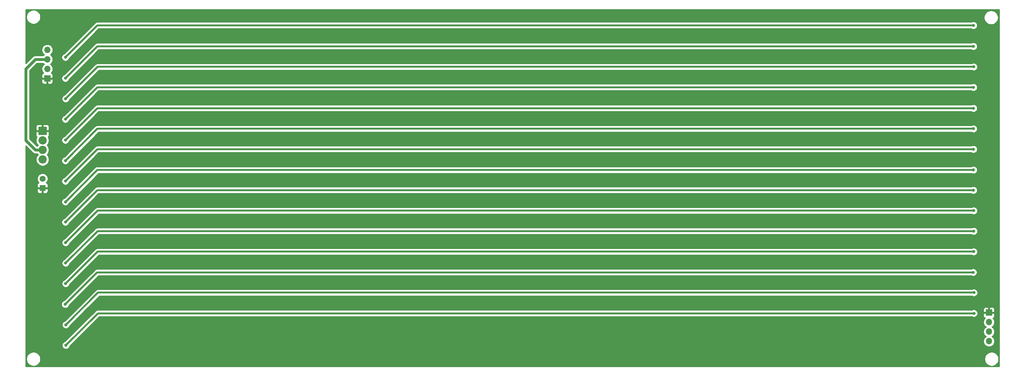
<source format=gbr>
G04 #@! TF.GenerationSoftware,KiCad,Pcbnew,(5.1.5-0-10_14)*
G04 #@! TF.CreationDate,2020-03-13T19:41:52-07:00*
G04 #@! TF.ProjectId,SpectrumAnayzerMini32Horz,53706563-7472-4756-9d41-6e61797a6572,rev?*
G04 #@! TF.SameCoordinates,Original*
G04 #@! TF.FileFunction,Copper,L2,Bot*
G04 #@! TF.FilePolarity,Positive*
%FSLAX46Y46*%
G04 Gerber Fmt 4.6, Leading zero omitted, Abs format (unit mm)*
G04 Created by KiCad (PCBNEW (5.1.5-0-10_14)) date 2020-03-13 19:41:52*
%MOMM*%
%LPD*%
G04 APERTURE LIST*
%ADD10C,2.200000*%
%ADD11R,2.200000X2.200000*%
%ADD12O,1.700000X1.700000*%
%ADD13R,1.700000X1.700000*%
%ADD14C,1.600000*%
%ADD15R,1.600000X1.600000*%
%ADD16C,0.800000*%
%ADD17C,0.508000*%
%ADD18C,0.762000*%
%ADD19C,0.254000*%
G04 APERTURE END LIST*
D10*
X26035000Y-67945000D03*
X26035000Y-65405000D03*
X26035000Y-62865000D03*
D11*
X26035000Y-60325000D03*
D12*
X277939500Y-116395500D03*
X277939500Y-113855500D03*
X277939500Y-111315500D03*
D13*
X277939500Y-108775500D03*
D12*
X27305000Y-38735000D03*
X27305000Y-41275000D03*
X27305000Y-43815000D03*
D13*
X27305000Y-46355000D03*
D14*
X26035000Y-73065000D03*
D15*
X26035000Y-75565000D03*
D16*
X273812000Y-32194500D03*
X32131000Y-40703500D03*
X273812000Y-37782500D03*
X32131000Y-46291500D03*
X273875500Y-43243500D03*
X32194500Y-51752500D03*
X273812000Y-48704500D03*
X32131000Y-57213500D03*
X273812000Y-54292500D03*
X32131000Y-62801500D03*
X273812000Y-59753500D03*
X32131000Y-68262500D03*
X273812000Y-65214500D03*
X32131000Y-73723500D03*
X273812000Y-70739000D03*
X32131000Y-79248000D03*
X273812000Y-76136500D03*
X32131000Y-84645500D03*
X273875500Y-81597500D03*
X32194500Y-90106500D03*
X273875500Y-87058500D03*
X32194500Y-95567500D03*
X273875500Y-92519500D03*
X32194500Y-101028500D03*
X273748500Y-98044000D03*
X32067500Y-106553000D03*
X61732000Y-36288500D03*
X183525000Y-36288500D03*
X61732000Y-41876500D03*
X183525000Y-41876500D03*
X61732000Y-47464500D03*
X183525000Y-47464500D03*
X61732000Y-52925500D03*
X183525000Y-52925500D03*
X61732000Y-58386500D03*
X183525000Y-58386500D03*
X61732000Y-63974500D03*
X183525000Y-63974500D03*
X61732000Y-69435500D03*
X183525000Y-69435500D03*
X61732000Y-74896500D03*
X183525000Y-74896500D03*
X61732000Y-80357500D03*
X183525000Y-80357500D03*
X61732000Y-85818500D03*
X183525000Y-85818500D03*
X61732000Y-91279500D03*
X183525000Y-91279500D03*
X61732000Y-96740500D03*
X183525000Y-96740500D03*
X61732000Y-102201500D03*
X183525000Y-102201500D03*
X61732000Y-107662500D03*
X183525000Y-107662500D03*
X61795500Y-113187000D03*
X183525000Y-113187000D03*
X61859000Y-118648000D03*
X183525000Y-118648000D03*
X244485000Y-118648000D03*
X122819000Y-118648000D03*
X244485000Y-113187000D03*
X122755500Y-113187000D03*
X244485000Y-107662500D03*
X122692000Y-107662500D03*
X244485000Y-102201500D03*
X122692000Y-102201500D03*
X244485000Y-96740500D03*
X122692000Y-96740500D03*
X244485000Y-91279500D03*
X122692000Y-91279500D03*
X244485000Y-85818500D03*
X122692000Y-85818500D03*
X244485000Y-80357500D03*
X122692000Y-80357500D03*
X244485000Y-74896500D03*
X122692000Y-74896500D03*
X244485000Y-69435500D03*
X122692000Y-69435500D03*
X244485000Y-63974500D03*
X122692000Y-63974500D03*
X244485000Y-58386500D03*
X122692000Y-58386500D03*
X244485000Y-52925500D03*
X122692000Y-52925500D03*
X244485000Y-47464500D03*
X122692000Y-47464500D03*
X244485000Y-41876500D03*
X122692000Y-41876500D03*
X244485000Y-36288500D03*
X122692000Y-36288500D03*
X38823000Y-36350500D03*
X160616000Y-36350500D03*
X38852000Y-41856500D03*
X160665000Y-41876500D03*
X38872000Y-47464500D03*
X160645000Y-47444500D03*
X38852000Y-52905500D03*
X160645000Y-52905500D03*
X160645000Y-58366500D03*
X38872000Y-63974500D03*
X160645000Y-63954500D03*
X38852000Y-69415500D03*
X160645000Y-69415500D03*
X38852000Y-74876500D03*
X160665000Y-74896500D03*
X38852000Y-80337500D03*
X160665000Y-80357500D03*
X38852000Y-85798500D03*
X38862000Y-102171500D03*
X160645000Y-102181500D03*
X38872000Y-107662500D03*
X160665000Y-107662500D03*
X38915500Y-113167000D03*
X160645000Y-113167000D03*
X38999000Y-118648000D03*
X160645000Y-118628000D03*
X38872000Y-96740500D03*
X160665000Y-85818500D03*
X38852000Y-91259500D03*
X160645000Y-91259500D03*
X160645000Y-96720500D03*
X92212000Y-36288500D03*
X214005000Y-36288500D03*
X92128500Y-41793000D03*
X214005000Y-41876500D03*
X92212000Y-47464500D03*
X213921500Y-47381000D03*
X92128500Y-52842000D03*
X214005000Y-52925500D03*
X92212000Y-58386500D03*
X214152000Y-58386500D03*
X92212000Y-63974500D03*
X214152000Y-63974500D03*
X92359000Y-69435500D03*
X214005000Y-69435500D03*
X92212000Y-74896500D03*
X214005000Y-74896500D03*
X213921500Y-118564500D03*
X92255500Y-118564500D03*
X214005000Y-113187000D03*
X92275500Y-113187000D03*
X213921500Y-107579000D03*
X92128500Y-107579000D03*
X214152000Y-102201500D03*
X92212000Y-102201500D03*
X214152000Y-96740500D03*
X92212000Y-96740500D03*
X214005000Y-91279500D03*
X92359000Y-91279500D03*
X92212000Y-80357500D03*
X214152000Y-80357500D03*
X92359000Y-85818500D03*
X214005000Y-85818500D03*
X150048000Y-36288500D03*
X271841000Y-36288500D03*
X150048000Y-41876500D03*
X271841000Y-41876500D03*
X150048000Y-47464500D03*
X271841000Y-47464500D03*
X150048000Y-52925500D03*
X271841000Y-52925500D03*
X150048000Y-58386500D03*
X271841000Y-58386500D03*
X150048000Y-63974500D03*
X271841000Y-63974500D03*
X150048000Y-69435500D03*
X271841000Y-69435500D03*
X150048000Y-74896500D03*
X271841000Y-74896500D03*
X150048000Y-80357500D03*
X271841000Y-80357500D03*
X150048000Y-85818500D03*
X271841000Y-85818500D03*
X150048000Y-91279500D03*
X271841000Y-91279500D03*
X150048000Y-96740500D03*
X271841000Y-96740500D03*
X150048000Y-102201500D03*
X271841000Y-102201500D03*
X150048000Y-107662500D03*
X271841000Y-107662500D03*
X150111500Y-113187000D03*
X271841000Y-113187000D03*
X150175000Y-118648000D03*
X271841000Y-118648000D03*
X273939000Y-103441500D03*
X32258000Y-112014000D03*
X273939000Y-108966000D03*
X32258000Y-117475000D03*
D17*
X40640000Y-32194500D02*
X32131000Y-40703500D01*
X273812000Y-32194500D02*
X40640000Y-32194500D01*
X40640000Y-37782500D02*
X32131000Y-46291500D01*
X273812000Y-37782500D02*
X40640000Y-37782500D01*
X40703500Y-43243500D02*
X32194500Y-51752500D01*
X273875500Y-43243500D02*
X40703500Y-43243500D01*
X40640000Y-48704500D02*
X32131000Y-57213500D01*
X273812000Y-48704500D02*
X40640000Y-48704500D01*
X40640000Y-54292500D02*
X32131000Y-62801500D01*
X273812000Y-54292500D02*
X40640000Y-54292500D01*
X40640000Y-59753500D02*
X32131000Y-68262500D01*
X273812000Y-59753500D02*
X40640000Y-59753500D01*
X40640000Y-65214500D02*
X32131000Y-73723500D01*
X273812000Y-65214500D02*
X40640000Y-65214500D01*
X40640000Y-70739000D02*
X32131000Y-79248000D01*
X273812000Y-70739000D02*
X40640000Y-70739000D01*
X40640000Y-76136500D02*
X32131000Y-84645500D01*
X273812000Y-76136500D02*
X40640000Y-76136500D01*
X40703500Y-81597500D02*
X32194500Y-90106500D01*
X273875500Y-81597500D02*
X40703500Y-81597500D01*
X40703500Y-87058500D02*
X32194500Y-95567500D01*
X273875500Y-87058500D02*
X40703500Y-87058500D01*
X40703500Y-92519500D02*
X32194500Y-101028500D01*
X273875500Y-92519500D02*
X40703500Y-92519500D01*
X40576500Y-98044000D02*
X32067500Y-106553000D01*
X273748500Y-98044000D02*
X40576500Y-98044000D01*
D18*
X21590000Y-43815000D02*
X21590000Y-62865000D01*
X24130000Y-41275000D02*
X21590000Y-43815000D01*
X27305000Y-41275000D02*
X24130000Y-41275000D01*
X24130000Y-65405000D02*
X21590000Y-62865000D01*
X26035000Y-65405000D02*
X24130000Y-65405000D01*
D17*
X40830500Y-103441500D02*
X32258000Y-112014000D01*
X273939000Y-103441500D02*
X40830500Y-103441500D01*
X40767000Y-108966000D02*
X32258000Y-117475000D01*
X273939000Y-108966000D02*
X40767000Y-108966000D01*
D19*
G36*
X280645001Y-123165000D02*
G01*
X21615000Y-123165000D01*
X21615000Y-120972344D01*
X21737000Y-120972344D01*
X21737000Y-121343656D01*
X21809439Y-121707834D01*
X21951534Y-122050882D01*
X22157825Y-122359618D01*
X22420382Y-122622175D01*
X22729118Y-122828466D01*
X23072166Y-122970561D01*
X23436344Y-123043000D01*
X23807656Y-123043000D01*
X24171834Y-122970561D01*
X24514882Y-122828466D01*
X24823618Y-122622175D01*
X25086175Y-122359618D01*
X25292466Y-122050882D01*
X25434561Y-121707834D01*
X25507000Y-121343656D01*
X25507000Y-120972344D01*
X276753000Y-120972344D01*
X276753000Y-121343656D01*
X276825439Y-121707834D01*
X276967534Y-122050882D01*
X277173825Y-122359618D01*
X277436382Y-122622175D01*
X277745118Y-122828466D01*
X278088166Y-122970561D01*
X278452344Y-123043000D01*
X278823656Y-123043000D01*
X279187834Y-122970561D01*
X279530882Y-122828466D01*
X279839618Y-122622175D01*
X280102175Y-122359618D01*
X280308466Y-122050882D01*
X280450561Y-121707834D01*
X280523000Y-121343656D01*
X280523000Y-120972344D01*
X280450561Y-120608166D01*
X280308466Y-120265118D01*
X280102175Y-119956382D01*
X279839618Y-119693825D01*
X279530882Y-119487534D01*
X279187834Y-119345439D01*
X278823656Y-119273000D01*
X278452344Y-119273000D01*
X278088166Y-119345439D01*
X277745118Y-119487534D01*
X277436382Y-119693825D01*
X277173825Y-119956382D01*
X276967534Y-120265118D01*
X276825439Y-120608166D01*
X276753000Y-120972344D01*
X25507000Y-120972344D01*
X25434561Y-120608166D01*
X25292466Y-120265118D01*
X25086175Y-119956382D01*
X24823618Y-119693825D01*
X24514882Y-119487534D01*
X24171834Y-119345439D01*
X23807656Y-119273000D01*
X23436344Y-119273000D01*
X23072166Y-119345439D01*
X22729118Y-119487534D01*
X22420382Y-119693825D01*
X22157825Y-119956382D01*
X21951534Y-120265118D01*
X21809439Y-120608166D01*
X21737000Y-120972344D01*
X21615000Y-120972344D01*
X21615000Y-117373061D01*
X31223000Y-117373061D01*
X31223000Y-117576939D01*
X31262774Y-117776898D01*
X31340795Y-117965256D01*
X31454063Y-118134774D01*
X31598226Y-118278937D01*
X31767744Y-118392205D01*
X31956102Y-118470226D01*
X32156061Y-118510000D01*
X32359939Y-118510000D01*
X32559898Y-118470226D01*
X32748256Y-118392205D01*
X32917774Y-118278937D01*
X33061937Y-118134774D01*
X33175205Y-117965256D01*
X33253226Y-117776898D01*
X33263130Y-117727105D01*
X41135236Y-109855000D01*
X273406532Y-109855000D01*
X273448744Y-109883205D01*
X273637102Y-109961226D01*
X273837061Y-110001000D01*
X274040939Y-110001000D01*
X274240898Y-109961226D01*
X274429256Y-109883205D01*
X274598774Y-109769937D01*
X274742937Y-109625774D01*
X274743120Y-109625500D01*
X276451428Y-109625500D01*
X276463688Y-109749982D01*
X276499998Y-109869680D01*
X276558963Y-109979994D01*
X276638315Y-110076685D01*
X276735006Y-110156037D01*
X276845320Y-110215002D01*
X276917880Y-110237013D01*
X276786025Y-110368868D01*
X276623510Y-110612089D01*
X276511568Y-110882342D01*
X276454500Y-111169240D01*
X276454500Y-111461760D01*
X276511568Y-111748658D01*
X276623510Y-112018911D01*
X276786025Y-112262132D01*
X276992868Y-112468975D01*
X277167260Y-112585500D01*
X276992868Y-112702025D01*
X276786025Y-112908868D01*
X276623510Y-113152089D01*
X276511568Y-113422342D01*
X276454500Y-113709240D01*
X276454500Y-114001760D01*
X276511568Y-114288658D01*
X276623510Y-114558911D01*
X276786025Y-114802132D01*
X276992868Y-115008975D01*
X277167260Y-115125500D01*
X276992868Y-115242025D01*
X276786025Y-115448868D01*
X276623510Y-115692089D01*
X276511568Y-115962342D01*
X276454500Y-116249240D01*
X276454500Y-116541760D01*
X276511568Y-116828658D01*
X276623510Y-117098911D01*
X276786025Y-117342132D01*
X276992868Y-117548975D01*
X277236089Y-117711490D01*
X277506342Y-117823432D01*
X277793240Y-117880500D01*
X278085760Y-117880500D01*
X278372658Y-117823432D01*
X278642911Y-117711490D01*
X278886132Y-117548975D01*
X279092975Y-117342132D01*
X279255490Y-117098911D01*
X279367432Y-116828658D01*
X279424500Y-116541760D01*
X279424500Y-116249240D01*
X279367432Y-115962342D01*
X279255490Y-115692089D01*
X279092975Y-115448868D01*
X278886132Y-115242025D01*
X278711740Y-115125500D01*
X278886132Y-115008975D01*
X279092975Y-114802132D01*
X279255490Y-114558911D01*
X279367432Y-114288658D01*
X279424500Y-114001760D01*
X279424500Y-113709240D01*
X279367432Y-113422342D01*
X279255490Y-113152089D01*
X279092975Y-112908868D01*
X278886132Y-112702025D01*
X278711740Y-112585500D01*
X278886132Y-112468975D01*
X279092975Y-112262132D01*
X279255490Y-112018911D01*
X279367432Y-111748658D01*
X279424500Y-111461760D01*
X279424500Y-111169240D01*
X279367432Y-110882342D01*
X279255490Y-110612089D01*
X279092975Y-110368868D01*
X278961120Y-110237013D01*
X279033680Y-110215002D01*
X279143994Y-110156037D01*
X279240685Y-110076685D01*
X279320037Y-109979994D01*
X279379002Y-109869680D01*
X279415312Y-109749982D01*
X279427572Y-109625500D01*
X279424500Y-109061250D01*
X279265750Y-108902500D01*
X278066500Y-108902500D01*
X278066500Y-108922500D01*
X277812500Y-108922500D01*
X277812500Y-108902500D01*
X276613250Y-108902500D01*
X276454500Y-109061250D01*
X276451428Y-109625500D01*
X274743120Y-109625500D01*
X274856205Y-109456256D01*
X274934226Y-109267898D01*
X274974000Y-109067939D01*
X274974000Y-108864061D01*
X274934226Y-108664102D01*
X274856205Y-108475744D01*
X274742937Y-108306226D01*
X274598774Y-108162063D01*
X274429256Y-108048795D01*
X274240898Y-107970774D01*
X274040939Y-107931000D01*
X273837061Y-107931000D01*
X273637102Y-107970774D01*
X273448744Y-108048795D01*
X273406532Y-108077000D01*
X40810659Y-108077000D01*
X40766999Y-108072700D01*
X40723339Y-108077000D01*
X40723333Y-108077000D01*
X40625924Y-108086594D01*
X40592724Y-108089864D01*
X40491058Y-108120704D01*
X40425149Y-108140697D01*
X40270709Y-108223247D01*
X40135341Y-108334341D01*
X40107506Y-108368258D01*
X32005895Y-116469870D01*
X31956102Y-116479774D01*
X31767744Y-116557795D01*
X31598226Y-116671063D01*
X31454063Y-116815226D01*
X31340795Y-116984744D01*
X31262774Y-117173102D01*
X31223000Y-117373061D01*
X21615000Y-117373061D01*
X21615000Y-111912061D01*
X31223000Y-111912061D01*
X31223000Y-112115939D01*
X31262774Y-112315898D01*
X31340795Y-112504256D01*
X31454063Y-112673774D01*
X31598226Y-112817937D01*
X31767744Y-112931205D01*
X31956102Y-113009226D01*
X32156061Y-113049000D01*
X32359939Y-113049000D01*
X32559898Y-113009226D01*
X32748256Y-112931205D01*
X32917774Y-112817937D01*
X33061937Y-112673774D01*
X33175205Y-112504256D01*
X33253226Y-112315898D01*
X33263130Y-112266105D01*
X37603735Y-107925500D01*
X276451428Y-107925500D01*
X276454500Y-108489750D01*
X276613250Y-108648500D01*
X277812500Y-108648500D01*
X277812500Y-107449250D01*
X278066500Y-107449250D01*
X278066500Y-108648500D01*
X279265750Y-108648500D01*
X279424500Y-108489750D01*
X279427572Y-107925500D01*
X279415312Y-107801018D01*
X279379002Y-107681320D01*
X279320037Y-107571006D01*
X279240685Y-107474315D01*
X279143994Y-107394963D01*
X279033680Y-107335998D01*
X278913982Y-107299688D01*
X278789500Y-107287428D01*
X278225250Y-107290500D01*
X278066500Y-107449250D01*
X277812500Y-107449250D01*
X277653750Y-107290500D01*
X277089500Y-107287428D01*
X276965018Y-107299688D01*
X276845320Y-107335998D01*
X276735006Y-107394963D01*
X276638315Y-107474315D01*
X276558963Y-107571006D01*
X276499998Y-107681320D01*
X276463688Y-107801018D01*
X276451428Y-107925500D01*
X37603735Y-107925500D01*
X41198736Y-104330500D01*
X273406532Y-104330500D01*
X273448744Y-104358705D01*
X273637102Y-104436726D01*
X273837061Y-104476500D01*
X274040939Y-104476500D01*
X274240898Y-104436726D01*
X274429256Y-104358705D01*
X274598774Y-104245437D01*
X274742937Y-104101274D01*
X274856205Y-103931756D01*
X274934226Y-103743398D01*
X274974000Y-103543439D01*
X274974000Y-103339561D01*
X274934226Y-103139602D01*
X274856205Y-102951244D01*
X274742937Y-102781726D01*
X274598774Y-102637563D01*
X274429256Y-102524295D01*
X274240898Y-102446274D01*
X274040939Y-102406500D01*
X273837061Y-102406500D01*
X273637102Y-102446274D01*
X273448744Y-102524295D01*
X273406532Y-102552500D01*
X40874160Y-102552500D01*
X40830500Y-102548200D01*
X40786840Y-102552500D01*
X40786833Y-102552500D01*
X40672825Y-102563729D01*
X40656225Y-102565364D01*
X40583258Y-102587498D01*
X40488649Y-102616197D01*
X40334209Y-102698747D01*
X40198841Y-102809841D01*
X40171006Y-102843758D01*
X32005895Y-111008870D01*
X31956102Y-111018774D01*
X31767744Y-111096795D01*
X31598226Y-111210063D01*
X31454063Y-111354226D01*
X31340795Y-111523744D01*
X31262774Y-111712102D01*
X31223000Y-111912061D01*
X21615000Y-111912061D01*
X21615000Y-106451061D01*
X31032500Y-106451061D01*
X31032500Y-106654939D01*
X31072274Y-106854898D01*
X31150295Y-107043256D01*
X31263563Y-107212774D01*
X31407726Y-107356937D01*
X31577244Y-107470205D01*
X31765602Y-107548226D01*
X31965561Y-107588000D01*
X32169439Y-107588000D01*
X32369398Y-107548226D01*
X32557756Y-107470205D01*
X32727274Y-107356937D01*
X32871437Y-107212774D01*
X32984705Y-107043256D01*
X33062726Y-106854898D01*
X33072630Y-106805105D01*
X40944736Y-98933000D01*
X273216032Y-98933000D01*
X273258244Y-98961205D01*
X273446602Y-99039226D01*
X273646561Y-99079000D01*
X273850439Y-99079000D01*
X274050398Y-99039226D01*
X274238756Y-98961205D01*
X274408274Y-98847937D01*
X274552437Y-98703774D01*
X274665705Y-98534256D01*
X274743726Y-98345898D01*
X274783500Y-98145939D01*
X274783500Y-97942061D01*
X274743726Y-97742102D01*
X274665705Y-97553744D01*
X274552437Y-97384226D01*
X274408274Y-97240063D01*
X274238756Y-97126795D01*
X274050398Y-97048774D01*
X273850439Y-97009000D01*
X273646561Y-97009000D01*
X273446602Y-97048774D01*
X273258244Y-97126795D01*
X273216032Y-97155000D01*
X40620159Y-97155000D01*
X40576499Y-97150700D01*
X40532839Y-97155000D01*
X40532833Y-97155000D01*
X40435424Y-97164594D01*
X40402224Y-97167864D01*
X40300558Y-97198704D01*
X40234649Y-97218697D01*
X40080209Y-97301247D01*
X39944841Y-97412341D01*
X39917006Y-97446258D01*
X31815395Y-105547870D01*
X31765602Y-105557774D01*
X31577244Y-105635795D01*
X31407726Y-105749063D01*
X31263563Y-105893226D01*
X31150295Y-106062744D01*
X31072274Y-106251102D01*
X31032500Y-106451061D01*
X21615000Y-106451061D01*
X21615000Y-100926561D01*
X31159500Y-100926561D01*
X31159500Y-101130439D01*
X31199274Y-101330398D01*
X31277295Y-101518756D01*
X31390563Y-101688274D01*
X31534726Y-101832437D01*
X31704244Y-101945705D01*
X31892602Y-102023726D01*
X32092561Y-102063500D01*
X32296439Y-102063500D01*
X32496398Y-102023726D01*
X32684756Y-101945705D01*
X32854274Y-101832437D01*
X32998437Y-101688274D01*
X33111705Y-101518756D01*
X33189726Y-101330398D01*
X33199630Y-101280605D01*
X41071736Y-93408500D01*
X273343032Y-93408500D01*
X273385244Y-93436705D01*
X273573602Y-93514726D01*
X273773561Y-93554500D01*
X273977439Y-93554500D01*
X274177398Y-93514726D01*
X274365756Y-93436705D01*
X274535274Y-93323437D01*
X274679437Y-93179274D01*
X274792705Y-93009756D01*
X274870726Y-92821398D01*
X274910500Y-92621439D01*
X274910500Y-92417561D01*
X274870726Y-92217602D01*
X274792705Y-92029244D01*
X274679437Y-91859726D01*
X274535274Y-91715563D01*
X274365756Y-91602295D01*
X274177398Y-91524274D01*
X273977439Y-91484500D01*
X273773561Y-91484500D01*
X273573602Y-91524274D01*
X273385244Y-91602295D01*
X273343032Y-91630500D01*
X40747159Y-91630500D01*
X40703499Y-91626200D01*
X40659839Y-91630500D01*
X40659833Y-91630500D01*
X40562424Y-91640094D01*
X40529224Y-91643364D01*
X40427558Y-91674204D01*
X40361649Y-91694197D01*
X40207209Y-91776747D01*
X40071841Y-91887841D01*
X40044006Y-91921758D01*
X31942395Y-100023370D01*
X31892602Y-100033274D01*
X31704244Y-100111295D01*
X31534726Y-100224563D01*
X31390563Y-100368726D01*
X31277295Y-100538244D01*
X31199274Y-100726602D01*
X31159500Y-100926561D01*
X21615000Y-100926561D01*
X21615000Y-95465561D01*
X31159500Y-95465561D01*
X31159500Y-95669439D01*
X31199274Y-95869398D01*
X31277295Y-96057756D01*
X31390563Y-96227274D01*
X31534726Y-96371437D01*
X31704244Y-96484705D01*
X31892602Y-96562726D01*
X32092561Y-96602500D01*
X32296439Y-96602500D01*
X32496398Y-96562726D01*
X32684756Y-96484705D01*
X32854274Y-96371437D01*
X32998437Y-96227274D01*
X33111705Y-96057756D01*
X33189726Y-95869398D01*
X33199630Y-95819605D01*
X41071736Y-87947500D01*
X273343032Y-87947500D01*
X273385244Y-87975705D01*
X273573602Y-88053726D01*
X273773561Y-88093500D01*
X273977439Y-88093500D01*
X274177398Y-88053726D01*
X274365756Y-87975705D01*
X274535274Y-87862437D01*
X274679437Y-87718274D01*
X274792705Y-87548756D01*
X274870726Y-87360398D01*
X274910500Y-87160439D01*
X274910500Y-86956561D01*
X274870726Y-86756602D01*
X274792705Y-86568244D01*
X274679437Y-86398726D01*
X274535274Y-86254563D01*
X274365756Y-86141295D01*
X274177398Y-86063274D01*
X273977439Y-86023500D01*
X273773561Y-86023500D01*
X273573602Y-86063274D01*
X273385244Y-86141295D01*
X273343032Y-86169500D01*
X40747159Y-86169500D01*
X40703499Y-86165200D01*
X40659839Y-86169500D01*
X40659833Y-86169500D01*
X40562424Y-86179094D01*
X40529224Y-86182364D01*
X40427558Y-86213204D01*
X40361649Y-86233197D01*
X40207209Y-86315747D01*
X40071841Y-86426841D01*
X40044006Y-86460758D01*
X31942395Y-94562370D01*
X31892602Y-94572274D01*
X31704244Y-94650295D01*
X31534726Y-94763563D01*
X31390563Y-94907726D01*
X31277295Y-95077244D01*
X31199274Y-95265602D01*
X31159500Y-95465561D01*
X21615000Y-95465561D01*
X21615000Y-90004561D01*
X31159500Y-90004561D01*
X31159500Y-90208439D01*
X31199274Y-90408398D01*
X31277295Y-90596756D01*
X31390563Y-90766274D01*
X31534726Y-90910437D01*
X31704244Y-91023705D01*
X31892602Y-91101726D01*
X32092561Y-91141500D01*
X32296439Y-91141500D01*
X32496398Y-91101726D01*
X32684756Y-91023705D01*
X32854274Y-90910437D01*
X32998437Y-90766274D01*
X33111705Y-90596756D01*
X33189726Y-90408398D01*
X33199630Y-90358605D01*
X41071736Y-82486500D01*
X273343032Y-82486500D01*
X273385244Y-82514705D01*
X273573602Y-82592726D01*
X273773561Y-82632500D01*
X273977439Y-82632500D01*
X274177398Y-82592726D01*
X274365756Y-82514705D01*
X274535274Y-82401437D01*
X274679437Y-82257274D01*
X274792705Y-82087756D01*
X274870726Y-81899398D01*
X274910500Y-81699439D01*
X274910500Y-81495561D01*
X274870726Y-81295602D01*
X274792705Y-81107244D01*
X274679437Y-80937726D01*
X274535274Y-80793563D01*
X274365756Y-80680295D01*
X274177398Y-80602274D01*
X273977439Y-80562500D01*
X273773561Y-80562500D01*
X273573602Y-80602274D01*
X273385244Y-80680295D01*
X273343032Y-80708500D01*
X40747159Y-80708500D01*
X40703499Y-80704200D01*
X40659839Y-80708500D01*
X40659833Y-80708500D01*
X40562424Y-80718094D01*
X40529224Y-80721364D01*
X40427558Y-80752204D01*
X40361649Y-80772197D01*
X40207209Y-80854747D01*
X40071841Y-80965841D01*
X40044006Y-80999758D01*
X31942395Y-89101370D01*
X31892602Y-89111274D01*
X31704244Y-89189295D01*
X31534726Y-89302563D01*
X31390563Y-89446726D01*
X31277295Y-89616244D01*
X31199274Y-89804602D01*
X31159500Y-90004561D01*
X21615000Y-90004561D01*
X21615000Y-84543561D01*
X31096000Y-84543561D01*
X31096000Y-84747439D01*
X31135774Y-84947398D01*
X31213795Y-85135756D01*
X31327063Y-85305274D01*
X31471226Y-85449437D01*
X31640744Y-85562705D01*
X31829102Y-85640726D01*
X32029061Y-85680500D01*
X32232939Y-85680500D01*
X32432898Y-85640726D01*
X32621256Y-85562705D01*
X32790774Y-85449437D01*
X32934937Y-85305274D01*
X33048205Y-85135756D01*
X33126226Y-84947398D01*
X33136130Y-84897605D01*
X41008236Y-77025500D01*
X273279532Y-77025500D01*
X273321744Y-77053705D01*
X273510102Y-77131726D01*
X273710061Y-77171500D01*
X273913939Y-77171500D01*
X274113898Y-77131726D01*
X274302256Y-77053705D01*
X274471774Y-76940437D01*
X274615937Y-76796274D01*
X274729205Y-76626756D01*
X274807226Y-76438398D01*
X274847000Y-76238439D01*
X274847000Y-76034561D01*
X274807226Y-75834602D01*
X274729205Y-75646244D01*
X274615937Y-75476726D01*
X274471774Y-75332563D01*
X274302256Y-75219295D01*
X274113898Y-75141274D01*
X273913939Y-75101500D01*
X273710061Y-75101500D01*
X273510102Y-75141274D01*
X273321744Y-75219295D01*
X273279532Y-75247500D01*
X40683659Y-75247500D01*
X40639999Y-75243200D01*
X40596339Y-75247500D01*
X40596333Y-75247500D01*
X40498924Y-75257094D01*
X40465724Y-75260364D01*
X40364058Y-75291204D01*
X40298149Y-75311197D01*
X40143709Y-75393747D01*
X40008341Y-75504841D01*
X39980506Y-75538758D01*
X31878895Y-83640370D01*
X31829102Y-83650274D01*
X31640744Y-83728295D01*
X31471226Y-83841563D01*
X31327063Y-83985726D01*
X31213795Y-84155244D01*
X31135774Y-84343602D01*
X31096000Y-84543561D01*
X21615000Y-84543561D01*
X21615000Y-79146061D01*
X31096000Y-79146061D01*
X31096000Y-79349939D01*
X31135774Y-79549898D01*
X31213795Y-79738256D01*
X31327063Y-79907774D01*
X31471226Y-80051937D01*
X31640744Y-80165205D01*
X31829102Y-80243226D01*
X32029061Y-80283000D01*
X32232939Y-80283000D01*
X32432898Y-80243226D01*
X32621256Y-80165205D01*
X32790774Y-80051937D01*
X32934937Y-79907774D01*
X33048205Y-79738256D01*
X33126226Y-79549898D01*
X33136130Y-79500105D01*
X41008236Y-71628000D01*
X273279532Y-71628000D01*
X273321744Y-71656205D01*
X273510102Y-71734226D01*
X273710061Y-71774000D01*
X273913939Y-71774000D01*
X274113898Y-71734226D01*
X274302256Y-71656205D01*
X274471774Y-71542937D01*
X274615937Y-71398774D01*
X274729205Y-71229256D01*
X274807226Y-71040898D01*
X274847000Y-70840939D01*
X274847000Y-70637061D01*
X274807226Y-70437102D01*
X274729205Y-70248744D01*
X274615937Y-70079226D01*
X274471774Y-69935063D01*
X274302256Y-69821795D01*
X274113898Y-69743774D01*
X273913939Y-69704000D01*
X273710061Y-69704000D01*
X273510102Y-69743774D01*
X273321744Y-69821795D01*
X273279532Y-69850000D01*
X40683659Y-69850000D01*
X40639999Y-69845700D01*
X40596339Y-69850000D01*
X40596333Y-69850000D01*
X40498924Y-69859594D01*
X40465724Y-69862864D01*
X40364058Y-69893704D01*
X40298149Y-69913697D01*
X40143709Y-69996247D01*
X40008341Y-70107341D01*
X39980506Y-70141258D01*
X31878895Y-78242870D01*
X31829102Y-78252774D01*
X31640744Y-78330795D01*
X31471226Y-78444063D01*
X31327063Y-78588226D01*
X31213795Y-78757744D01*
X31135774Y-78946102D01*
X31096000Y-79146061D01*
X21615000Y-79146061D01*
X21615000Y-76365000D01*
X24596928Y-76365000D01*
X24609188Y-76489482D01*
X24645498Y-76609180D01*
X24704463Y-76719494D01*
X24783815Y-76816185D01*
X24880506Y-76895537D01*
X24990820Y-76954502D01*
X25110518Y-76990812D01*
X25235000Y-77003072D01*
X25749250Y-77000000D01*
X25908000Y-76841250D01*
X25908000Y-75692000D01*
X26162000Y-75692000D01*
X26162000Y-76841250D01*
X26320750Y-77000000D01*
X26835000Y-77003072D01*
X26959482Y-76990812D01*
X27079180Y-76954502D01*
X27189494Y-76895537D01*
X27286185Y-76816185D01*
X27365537Y-76719494D01*
X27424502Y-76609180D01*
X27460812Y-76489482D01*
X27473072Y-76365000D01*
X27470000Y-75850750D01*
X27311250Y-75692000D01*
X26162000Y-75692000D01*
X25908000Y-75692000D01*
X24758750Y-75692000D01*
X24600000Y-75850750D01*
X24596928Y-76365000D01*
X21615000Y-76365000D01*
X21615000Y-74765000D01*
X24596928Y-74765000D01*
X24600000Y-75279250D01*
X24758750Y-75438000D01*
X25908000Y-75438000D01*
X25908000Y-75418000D01*
X26162000Y-75418000D01*
X26162000Y-75438000D01*
X27311250Y-75438000D01*
X27470000Y-75279250D01*
X27473072Y-74765000D01*
X27460812Y-74640518D01*
X27424502Y-74520820D01*
X27365537Y-74410506D01*
X27286185Y-74313815D01*
X27189494Y-74234463D01*
X27079180Y-74175498D01*
X26983057Y-74146339D01*
X27149637Y-73979759D01*
X27306680Y-73744727D01*
X27357696Y-73621561D01*
X31096000Y-73621561D01*
X31096000Y-73825439D01*
X31135774Y-74025398D01*
X31213795Y-74213756D01*
X31327063Y-74383274D01*
X31471226Y-74527437D01*
X31640744Y-74640705D01*
X31829102Y-74718726D01*
X32029061Y-74758500D01*
X32232939Y-74758500D01*
X32432898Y-74718726D01*
X32621256Y-74640705D01*
X32790774Y-74527437D01*
X32934937Y-74383274D01*
X33048205Y-74213756D01*
X33126226Y-74025398D01*
X33136130Y-73975605D01*
X41008236Y-66103500D01*
X273279532Y-66103500D01*
X273321744Y-66131705D01*
X273510102Y-66209726D01*
X273710061Y-66249500D01*
X273913939Y-66249500D01*
X274113898Y-66209726D01*
X274302256Y-66131705D01*
X274471774Y-66018437D01*
X274615937Y-65874274D01*
X274729205Y-65704756D01*
X274807226Y-65516398D01*
X274847000Y-65316439D01*
X274847000Y-65112561D01*
X274807226Y-64912602D01*
X274729205Y-64724244D01*
X274615937Y-64554726D01*
X274471774Y-64410563D01*
X274302256Y-64297295D01*
X274113898Y-64219274D01*
X273913939Y-64179500D01*
X273710061Y-64179500D01*
X273510102Y-64219274D01*
X273321744Y-64297295D01*
X273279532Y-64325500D01*
X40683659Y-64325500D01*
X40639999Y-64321200D01*
X40596339Y-64325500D01*
X40596333Y-64325500D01*
X40498924Y-64335094D01*
X40465724Y-64338364D01*
X40364058Y-64369204D01*
X40298149Y-64389197D01*
X40143709Y-64471747D01*
X40008341Y-64582841D01*
X39980506Y-64616758D01*
X31878895Y-72718370D01*
X31829102Y-72728274D01*
X31640744Y-72806295D01*
X31471226Y-72919563D01*
X31327063Y-73063726D01*
X31213795Y-73233244D01*
X31135774Y-73421602D01*
X31096000Y-73621561D01*
X27357696Y-73621561D01*
X27414853Y-73483574D01*
X27470000Y-73206335D01*
X27470000Y-72923665D01*
X27414853Y-72646426D01*
X27306680Y-72385273D01*
X27149637Y-72150241D01*
X26949759Y-71950363D01*
X26714727Y-71793320D01*
X26453574Y-71685147D01*
X26176335Y-71630000D01*
X25893665Y-71630000D01*
X25616426Y-71685147D01*
X25355273Y-71793320D01*
X25120241Y-71950363D01*
X24920363Y-72150241D01*
X24763320Y-72385273D01*
X24655147Y-72646426D01*
X24600000Y-72923665D01*
X24600000Y-73206335D01*
X24655147Y-73483574D01*
X24763320Y-73744727D01*
X24920363Y-73979759D01*
X25086943Y-74146339D01*
X24990820Y-74175498D01*
X24880506Y-74234463D01*
X24783815Y-74313815D01*
X24704463Y-74410506D01*
X24645498Y-74520820D01*
X24609188Y-74640518D01*
X24596928Y-74765000D01*
X21615000Y-74765000D01*
X21615000Y-64326840D01*
X23376292Y-66088133D01*
X23408104Y-66126896D01*
X23562810Y-66253860D01*
X23739313Y-66348202D01*
X23872732Y-66388674D01*
X23930828Y-66406298D01*
X23942657Y-66407463D01*
X24080098Y-66421000D01*
X24080105Y-66421000D01*
X24129999Y-66425914D01*
X24179893Y-66421000D01*
X24627202Y-66421000D01*
X24687337Y-66510998D01*
X24851339Y-66675000D01*
X24687337Y-66839002D01*
X24497463Y-67123169D01*
X24366675Y-67438919D01*
X24300000Y-67774117D01*
X24300000Y-68115883D01*
X24366675Y-68451081D01*
X24497463Y-68766831D01*
X24687337Y-69050998D01*
X24929002Y-69292663D01*
X25213169Y-69482537D01*
X25528919Y-69613325D01*
X25864117Y-69680000D01*
X26205883Y-69680000D01*
X26541081Y-69613325D01*
X26856831Y-69482537D01*
X27140998Y-69292663D01*
X27382663Y-69050998D01*
X27572537Y-68766831D01*
X27703325Y-68451081D01*
X27761112Y-68160561D01*
X31096000Y-68160561D01*
X31096000Y-68364439D01*
X31135774Y-68564398D01*
X31213795Y-68752756D01*
X31327063Y-68922274D01*
X31471226Y-69066437D01*
X31640744Y-69179705D01*
X31829102Y-69257726D01*
X32029061Y-69297500D01*
X32232939Y-69297500D01*
X32432898Y-69257726D01*
X32621256Y-69179705D01*
X32790774Y-69066437D01*
X32934937Y-68922274D01*
X33048205Y-68752756D01*
X33126226Y-68564398D01*
X33136130Y-68514605D01*
X41008236Y-60642500D01*
X273279532Y-60642500D01*
X273321744Y-60670705D01*
X273510102Y-60748726D01*
X273710061Y-60788500D01*
X273913939Y-60788500D01*
X274113898Y-60748726D01*
X274302256Y-60670705D01*
X274471774Y-60557437D01*
X274615937Y-60413274D01*
X274729205Y-60243756D01*
X274807226Y-60055398D01*
X274847000Y-59855439D01*
X274847000Y-59651561D01*
X274807226Y-59451602D01*
X274729205Y-59263244D01*
X274615937Y-59093726D01*
X274471774Y-58949563D01*
X274302256Y-58836295D01*
X274113898Y-58758274D01*
X273913939Y-58718500D01*
X273710061Y-58718500D01*
X273510102Y-58758274D01*
X273321744Y-58836295D01*
X273279532Y-58864500D01*
X40683659Y-58864500D01*
X40639999Y-58860200D01*
X40596339Y-58864500D01*
X40596333Y-58864500D01*
X40498924Y-58874094D01*
X40465724Y-58877364D01*
X40364058Y-58908204D01*
X40298149Y-58928197D01*
X40143709Y-59010747D01*
X40008341Y-59121841D01*
X39980506Y-59155758D01*
X31878895Y-67257370D01*
X31829102Y-67267274D01*
X31640744Y-67345295D01*
X31471226Y-67458563D01*
X31327063Y-67602726D01*
X31213795Y-67772244D01*
X31135774Y-67960602D01*
X31096000Y-68160561D01*
X27761112Y-68160561D01*
X27770000Y-68115883D01*
X27770000Y-67774117D01*
X27703325Y-67438919D01*
X27572537Y-67123169D01*
X27382663Y-66839002D01*
X27218661Y-66675000D01*
X27382663Y-66510998D01*
X27572537Y-66226831D01*
X27703325Y-65911081D01*
X27770000Y-65575883D01*
X27770000Y-65234117D01*
X27703325Y-64898919D01*
X27572537Y-64583169D01*
X27382663Y-64299002D01*
X27218661Y-64135000D01*
X27382663Y-63970998D01*
X27572537Y-63686831D01*
X27703325Y-63371081D01*
X27770000Y-63035883D01*
X27770000Y-62699561D01*
X31096000Y-62699561D01*
X31096000Y-62903439D01*
X31135774Y-63103398D01*
X31213795Y-63291756D01*
X31327063Y-63461274D01*
X31471226Y-63605437D01*
X31640744Y-63718705D01*
X31829102Y-63796726D01*
X32029061Y-63836500D01*
X32232939Y-63836500D01*
X32432898Y-63796726D01*
X32621256Y-63718705D01*
X32790774Y-63605437D01*
X32934937Y-63461274D01*
X33048205Y-63291756D01*
X33126226Y-63103398D01*
X33136130Y-63053605D01*
X41008236Y-55181500D01*
X273279532Y-55181500D01*
X273321744Y-55209705D01*
X273510102Y-55287726D01*
X273710061Y-55327500D01*
X273913939Y-55327500D01*
X274113898Y-55287726D01*
X274302256Y-55209705D01*
X274471774Y-55096437D01*
X274615937Y-54952274D01*
X274729205Y-54782756D01*
X274807226Y-54594398D01*
X274847000Y-54394439D01*
X274847000Y-54190561D01*
X274807226Y-53990602D01*
X274729205Y-53802244D01*
X274615937Y-53632726D01*
X274471774Y-53488563D01*
X274302256Y-53375295D01*
X274113898Y-53297274D01*
X273913939Y-53257500D01*
X273710061Y-53257500D01*
X273510102Y-53297274D01*
X273321744Y-53375295D01*
X273279532Y-53403500D01*
X40683659Y-53403500D01*
X40639999Y-53399200D01*
X40596339Y-53403500D01*
X40596333Y-53403500D01*
X40498924Y-53413094D01*
X40465724Y-53416364D01*
X40364058Y-53447204D01*
X40298149Y-53467197D01*
X40143709Y-53549747D01*
X40008341Y-53660841D01*
X39980506Y-53694758D01*
X31878895Y-61796370D01*
X31829102Y-61806274D01*
X31640744Y-61884295D01*
X31471226Y-61997563D01*
X31327063Y-62141726D01*
X31213795Y-62311244D01*
X31135774Y-62499602D01*
X31096000Y-62699561D01*
X27770000Y-62699561D01*
X27770000Y-62694117D01*
X27703325Y-62358919D01*
X27572537Y-62043169D01*
X27505310Y-61942557D01*
X27586185Y-61876185D01*
X27665537Y-61779494D01*
X27724502Y-61669180D01*
X27760812Y-61549482D01*
X27773072Y-61425000D01*
X27770000Y-60610750D01*
X27611250Y-60452000D01*
X26162000Y-60452000D01*
X26162000Y-60472000D01*
X25908000Y-60472000D01*
X25908000Y-60452000D01*
X24458750Y-60452000D01*
X24300000Y-60610750D01*
X24296928Y-61425000D01*
X24309188Y-61549482D01*
X24345498Y-61669180D01*
X24404463Y-61779494D01*
X24483815Y-61876185D01*
X24564690Y-61942557D01*
X24497463Y-62043169D01*
X24366675Y-62358919D01*
X24300000Y-62694117D01*
X24300000Y-63035883D01*
X24366675Y-63371081D01*
X24497463Y-63686831D01*
X24687337Y-63970998D01*
X24851339Y-64135000D01*
X24687337Y-64299002D01*
X24627202Y-64389000D01*
X24550841Y-64389000D01*
X22606000Y-62444160D01*
X22606000Y-59225000D01*
X24296928Y-59225000D01*
X24300000Y-60039250D01*
X24458750Y-60198000D01*
X25908000Y-60198000D01*
X25908000Y-58748750D01*
X26162000Y-58748750D01*
X26162000Y-60198000D01*
X27611250Y-60198000D01*
X27770000Y-60039250D01*
X27773072Y-59225000D01*
X27760812Y-59100518D01*
X27724502Y-58980820D01*
X27665537Y-58870506D01*
X27586185Y-58773815D01*
X27489494Y-58694463D01*
X27379180Y-58635498D01*
X27259482Y-58599188D01*
X27135000Y-58586928D01*
X26320750Y-58590000D01*
X26162000Y-58748750D01*
X25908000Y-58748750D01*
X25749250Y-58590000D01*
X24935000Y-58586928D01*
X24810518Y-58599188D01*
X24690820Y-58635498D01*
X24580506Y-58694463D01*
X24483815Y-58773815D01*
X24404463Y-58870506D01*
X24345498Y-58980820D01*
X24309188Y-59100518D01*
X24296928Y-59225000D01*
X22606000Y-59225000D01*
X22606000Y-57111561D01*
X31096000Y-57111561D01*
X31096000Y-57315439D01*
X31135774Y-57515398D01*
X31213795Y-57703756D01*
X31327063Y-57873274D01*
X31471226Y-58017437D01*
X31640744Y-58130705D01*
X31829102Y-58208726D01*
X32029061Y-58248500D01*
X32232939Y-58248500D01*
X32432898Y-58208726D01*
X32621256Y-58130705D01*
X32790774Y-58017437D01*
X32934937Y-57873274D01*
X33048205Y-57703756D01*
X33126226Y-57515398D01*
X33136130Y-57465605D01*
X41008236Y-49593500D01*
X273279532Y-49593500D01*
X273321744Y-49621705D01*
X273510102Y-49699726D01*
X273710061Y-49739500D01*
X273913939Y-49739500D01*
X274113898Y-49699726D01*
X274302256Y-49621705D01*
X274471774Y-49508437D01*
X274615937Y-49364274D01*
X274729205Y-49194756D01*
X274807226Y-49006398D01*
X274847000Y-48806439D01*
X274847000Y-48602561D01*
X274807226Y-48402602D01*
X274729205Y-48214244D01*
X274615937Y-48044726D01*
X274471774Y-47900563D01*
X274302256Y-47787295D01*
X274113898Y-47709274D01*
X273913939Y-47669500D01*
X273710061Y-47669500D01*
X273510102Y-47709274D01*
X273321744Y-47787295D01*
X273279532Y-47815500D01*
X40683659Y-47815500D01*
X40639999Y-47811200D01*
X40596339Y-47815500D01*
X40596333Y-47815500D01*
X40498924Y-47825094D01*
X40465724Y-47828364D01*
X40364058Y-47859204D01*
X40298149Y-47879197D01*
X40143709Y-47961747D01*
X40008341Y-48072841D01*
X39980506Y-48106758D01*
X31878895Y-56208370D01*
X31829102Y-56218274D01*
X31640744Y-56296295D01*
X31471226Y-56409563D01*
X31327063Y-56553726D01*
X31213795Y-56723244D01*
X31135774Y-56911602D01*
X31096000Y-57111561D01*
X22606000Y-57111561D01*
X22606000Y-51650561D01*
X31159500Y-51650561D01*
X31159500Y-51854439D01*
X31199274Y-52054398D01*
X31277295Y-52242756D01*
X31390563Y-52412274D01*
X31534726Y-52556437D01*
X31704244Y-52669705D01*
X31892602Y-52747726D01*
X32092561Y-52787500D01*
X32296439Y-52787500D01*
X32496398Y-52747726D01*
X32684756Y-52669705D01*
X32854274Y-52556437D01*
X32998437Y-52412274D01*
X33111705Y-52242756D01*
X33189726Y-52054398D01*
X33199630Y-52004605D01*
X41071736Y-44132500D01*
X273343032Y-44132500D01*
X273385244Y-44160705D01*
X273573602Y-44238726D01*
X273773561Y-44278500D01*
X273977439Y-44278500D01*
X274177398Y-44238726D01*
X274365756Y-44160705D01*
X274535274Y-44047437D01*
X274679437Y-43903274D01*
X274792705Y-43733756D01*
X274870726Y-43545398D01*
X274910500Y-43345439D01*
X274910500Y-43141561D01*
X274870726Y-42941602D01*
X274792705Y-42753244D01*
X274679437Y-42583726D01*
X274535274Y-42439563D01*
X274365756Y-42326295D01*
X274177398Y-42248274D01*
X273977439Y-42208500D01*
X273773561Y-42208500D01*
X273573602Y-42248274D01*
X273385244Y-42326295D01*
X273343032Y-42354500D01*
X40747159Y-42354500D01*
X40703499Y-42350200D01*
X40659839Y-42354500D01*
X40659833Y-42354500D01*
X40562424Y-42364094D01*
X40529224Y-42367364D01*
X40464269Y-42387068D01*
X40361649Y-42418197D01*
X40207209Y-42500747D01*
X40071841Y-42611841D01*
X40044006Y-42645758D01*
X31942395Y-50747370D01*
X31892602Y-50757274D01*
X31704244Y-50835295D01*
X31534726Y-50948563D01*
X31390563Y-51092726D01*
X31277295Y-51262244D01*
X31199274Y-51450602D01*
X31159500Y-51650561D01*
X22606000Y-51650561D01*
X22606000Y-47205000D01*
X25816928Y-47205000D01*
X25829188Y-47329482D01*
X25865498Y-47449180D01*
X25924463Y-47559494D01*
X26003815Y-47656185D01*
X26100506Y-47735537D01*
X26210820Y-47794502D01*
X26330518Y-47830812D01*
X26455000Y-47843072D01*
X27019250Y-47840000D01*
X27178000Y-47681250D01*
X27178000Y-46482000D01*
X27432000Y-46482000D01*
X27432000Y-47681250D01*
X27590750Y-47840000D01*
X28155000Y-47843072D01*
X28279482Y-47830812D01*
X28399180Y-47794502D01*
X28509494Y-47735537D01*
X28606185Y-47656185D01*
X28685537Y-47559494D01*
X28744502Y-47449180D01*
X28780812Y-47329482D01*
X28793072Y-47205000D01*
X28790000Y-46640750D01*
X28631250Y-46482000D01*
X27432000Y-46482000D01*
X27178000Y-46482000D01*
X25978750Y-46482000D01*
X25820000Y-46640750D01*
X25816928Y-47205000D01*
X22606000Y-47205000D01*
X22606000Y-44235840D01*
X24550841Y-42291000D01*
X26220893Y-42291000D01*
X26358368Y-42428475D01*
X26532760Y-42545000D01*
X26358368Y-42661525D01*
X26151525Y-42868368D01*
X25989010Y-43111589D01*
X25877068Y-43381842D01*
X25820000Y-43668740D01*
X25820000Y-43961260D01*
X25877068Y-44248158D01*
X25989010Y-44518411D01*
X26151525Y-44761632D01*
X26283380Y-44893487D01*
X26210820Y-44915498D01*
X26100506Y-44974463D01*
X26003815Y-45053815D01*
X25924463Y-45150506D01*
X25865498Y-45260820D01*
X25829188Y-45380518D01*
X25816928Y-45505000D01*
X25820000Y-46069250D01*
X25978750Y-46228000D01*
X27178000Y-46228000D01*
X27178000Y-46208000D01*
X27432000Y-46208000D01*
X27432000Y-46228000D01*
X28631250Y-46228000D01*
X28669689Y-46189561D01*
X31096000Y-46189561D01*
X31096000Y-46393439D01*
X31135774Y-46593398D01*
X31213795Y-46781756D01*
X31327063Y-46951274D01*
X31471226Y-47095437D01*
X31640744Y-47208705D01*
X31829102Y-47286726D01*
X32029061Y-47326500D01*
X32232939Y-47326500D01*
X32432898Y-47286726D01*
X32621256Y-47208705D01*
X32790774Y-47095437D01*
X32934937Y-46951274D01*
X33048205Y-46781756D01*
X33126226Y-46593398D01*
X33136130Y-46543605D01*
X41008236Y-38671500D01*
X273279532Y-38671500D01*
X273321744Y-38699705D01*
X273510102Y-38777726D01*
X273710061Y-38817500D01*
X273913939Y-38817500D01*
X274113898Y-38777726D01*
X274302256Y-38699705D01*
X274471774Y-38586437D01*
X274615937Y-38442274D01*
X274729205Y-38272756D01*
X274807226Y-38084398D01*
X274847000Y-37884439D01*
X274847000Y-37680561D01*
X274807226Y-37480602D01*
X274729205Y-37292244D01*
X274615937Y-37122726D01*
X274471774Y-36978563D01*
X274302256Y-36865295D01*
X274113898Y-36787274D01*
X273913939Y-36747500D01*
X273710061Y-36747500D01*
X273510102Y-36787274D01*
X273321744Y-36865295D01*
X273279532Y-36893500D01*
X40683659Y-36893500D01*
X40639999Y-36889200D01*
X40596339Y-36893500D01*
X40596333Y-36893500D01*
X40498924Y-36903094D01*
X40465724Y-36906364D01*
X40364058Y-36937204D01*
X40298149Y-36957197D01*
X40143709Y-37039747D01*
X40008341Y-37150841D01*
X39980506Y-37184758D01*
X31878895Y-45286370D01*
X31829102Y-45296274D01*
X31640744Y-45374295D01*
X31471226Y-45487563D01*
X31327063Y-45631726D01*
X31213795Y-45801244D01*
X31135774Y-45989602D01*
X31096000Y-46189561D01*
X28669689Y-46189561D01*
X28790000Y-46069250D01*
X28793072Y-45505000D01*
X28780812Y-45380518D01*
X28744502Y-45260820D01*
X28685537Y-45150506D01*
X28606185Y-45053815D01*
X28509494Y-44974463D01*
X28399180Y-44915498D01*
X28326620Y-44893487D01*
X28458475Y-44761632D01*
X28620990Y-44518411D01*
X28732932Y-44248158D01*
X28790000Y-43961260D01*
X28790000Y-43668740D01*
X28732932Y-43381842D01*
X28620990Y-43111589D01*
X28458475Y-42868368D01*
X28251632Y-42661525D01*
X28077240Y-42545000D01*
X28251632Y-42428475D01*
X28458475Y-42221632D01*
X28620990Y-41978411D01*
X28732932Y-41708158D01*
X28790000Y-41421260D01*
X28790000Y-41128740D01*
X28732932Y-40841842D01*
X28633405Y-40601561D01*
X31096000Y-40601561D01*
X31096000Y-40805439D01*
X31135774Y-41005398D01*
X31213795Y-41193756D01*
X31327063Y-41363274D01*
X31471226Y-41507437D01*
X31640744Y-41620705D01*
X31829102Y-41698726D01*
X32029061Y-41738500D01*
X32232939Y-41738500D01*
X32432898Y-41698726D01*
X32621256Y-41620705D01*
X32790774Y-41507437D01*
X32934937Y-41363274D01*
X33048205Y-41193756D01*
X33126226Y-41005398D01*
X33136130Y-40955605D01*
X41008236Y-33083500D01*
X273279532Y-33083500D01*
X273321744Y-33111705D01*
X273510102Y-33189726D01*
X273710061Y-33229500D01*
X273913939Y-33229500D01*
X274113898Y-33189726D01*
X274302256Y-33111705D01*
X274471774Y-32998437D01*
X274615937Y-32854274D01*
X274729205Y-32684756D01*
X274807226Y-32496398D01*
X274847000Y-32296439D01*
X274847000Y-32092561D01*
X274807226Y-31892602D01*
X274729205Y-31704244D01*
X274615937Y-31534726D01*
X274471774Y-31390563D01*
X274302256Y-31277295D01*
X274113898Y-31199274D01*
X273913939Y-31159500D01*
X273710061Y-31159500D01*
X273510102Y-31199274D01*
X273321744Y-31277295D01*
X273279532Y-31305500D01*
X40683659Y-31305500D01*
X40639999Y-31301200D01*
X40596339Y-31305500D01*
X40596333Y-31305500D01*
X40498924Y-31315094D01*
X40465724Y-31318364D01*
X40364058Y-31349204D01*
X40298149Y-31369197D01*
X40143709Y-31451747D01*
X40008341Y-31562841D01*
X39980506Y-31596758D01*
X31878895Y-39698370D01*
X31829102Y-39708274D01*
X31640744Y-39786295D01*
X31471226Y-39899563D01*
X31327063Y-40043726D01*
X31213795Y-40213244D01*
X31135774Y-40401602D01*
X31096000Y-40601561D01*
X28633405Y-40601561D01*
X28620990Y-40571589D01*
X28458475Y-40328368D01*
X28251632Y-40121525D01*
X28077240Y-40005000D01*
X28251632Y-39888475D01*
X28458475Y-39681632D01*
X28620990Y-39438411D01*
X28732932Y-39168158D01*
X28790000Y-38881260D01*
X28790000Y-38588740D01*
X28732932Y-38301842D01*
X28620990Y-38031589D01*
X28458475Y-37788368D01*
X28251632Y-37581525D01*
X28008411Y-37419010D01*
X27738158Y-37307068D01*
X27451260Y-37250000D01*
X27158740Y-37250000D01*
X26871842Y-37307068D01*
X26601589Y-37419010D01*
X26358368Y-37581525D01*
X26151525Y-37788368D01*
X25989010Y-38031589D01*
X25877068Y-38301842D01*
X25820000Y-38588740D01*
X25820000Y-38881260D01*
X25877068Y-39168158D01*
X25989010Y-39438411D01*
X26151525Y-39681632D01*
X26358368Y-39888475D01*
X26532760Y-40005000D01*
X26358368Y-40121525D01*
X26220893Y-40259000D01*
X24179893Y-40259000D01*
X24129999Y-40254086D01*
X24080105Y-40259000D01*
X24080098Y-40259000D01*
X23950177Y-40271796D01*
X23930828Y-40273702D01*
X23872732Y-40291326D01*
X23739313Y-40331798D01*
X23562810Y-40426140D01*
X23408104Y-40553104D01*
X23376292Y-40591867D01*
X21615000Y-42353160D01*
X21615000Y-29786344D01*
X21737000Y-29786344D01*
X21737000Y-30157656D01*
X21809439Y-30521834D01*
X21951534Y-30864882D01*
X22157825Y-31173618D01*
X22420382Y-31436175D01*
X22729118Y-31642466D01*
X23072166Y-31784561D01*
X23436344Y-31857000D01*
X23807656Y-31857000D01*
X24171834Y-31784561D01*
X24514882Y-31642466D01*
X24823618Y-31436175D01*
X25086175Y-31173618D01*
X25292466Y-30864882D01*
X25434561Y-30521834D01*
X25507000Y-30157656D01*
X25507000Y-29913344D01*
X276626000Y-29913344D01*
X276626000Y-30284656D01*
X276698439Y-30648834D01*
X276840534Y-30991882D01*
X277046825Y-31300618D01*
X277309382Y-31563175D01*
X277618118Y-31769466D01*
X277961166Y-31911561D01*
X278325344Y-31984000D01*
X278696656Y-31984000D01*
X279060834Y-31911561D01*
X279403882Y-31769466D01*
X279712618Y-31563175D01*
X279975175Y-31300618D01*
X280181466Y-30991882D01*
X280323561Y-30648834D01*
X280396000Y-30284656D01*
X280396000Y-29913344D01*
X280323561Y-29549166D01*
X280181466Y-29206118D01*
X279975175Y-28897382D01*
X279712618Y-28634825D01*
X279403882Y-28428534D01*
X279060834Y-28286439D01*
X278696656Y-28214000D01*
X278325344Y-28214000D01*
X277961166Y-28286439D01*
X277618118Y-28428534D01*
X277309382Y-28634825D01*
X277046825Y-28897382D01*
X276840534Y-29206118D01*
X276698439Y-29549166D01*
X276626000Y-29913344D01*
X25507000Y-29913344D01*
X25507000Y-29786344D01*
X25434561Y-29422166D01*
X25292466Y-29079118D01*
X25086175Y-28770382D01*
X24823618Y-28507825D01*
X24514882Y-28301534D01*
X24171834Y-28159439D01*
X23807656Y-28087000D01*
X23436344Y-28087000D01*
X23072166Y-28159439D01*
X22729118Y-28301534D01*
X22420382Y-28507825D01*
X22157825Y-28770382D01*
X21951534Y-29079118D01*
X21809439Y-29422166D01*
X21737000Y-29786344D01*
X21615000Y-29786344D01*
X21615000Y-27965000D01*
X280645000Y-27965000D01*
X280645001Y-123165000D01*
G37*
X280645001Y-123165000D02*
X21615000Y-123165000D01*
X21615000Y-120972344D01*
X21737000Y-120972344D01*
X21737000Y-121343656D01*
X21809439Y-121707834D01*
X21951534Y-122050882D01*
X22157825Y-122359618D01*
X22420382Y-122622175D01*
X22729118Y-122828466D01*
X23072166Y-122970561D01*
X23436344Y-123043000D01*
X23807656Y-123043000D01*
X24171834Y-122970561D01*
X24514882Y-122828466D01*
X24823618Y-122622175D01*
X25086175Y-122359618D01*
X25292466Y-122050882D01*
X25434561Y-121707834D01*
X25507000Y-121343656D01*
X25507000Y-120972344D01*
X276753000Y-120972344D01*
X276753000Y-121343656D01*
X276825439Y-121707834D01*
X276967534Y-122050882D01*
X277173825Y-122359618D01*
X277436382Y-122622175D01*
X277745118Y-122828466D01*
X278088166Y-122970561D01*
X278452344Y-123043000D01*
X278823656Y-123043000D01*
X279187834Y-122970561D01*
X279530882Y-122828466D01*
X279839618Y-122622175D01*
X280102175Y-122359618D01*
X280308466Y-122050882D01*
X280450561Y-121707834D01*
X280523000Y-121343656D01*
X280523000Y-120972344D01*
X280450561Y-120608166D01*
X280308466Y-120265118D01*
X280102175Y-119956382D01*
X279839618Y-119693825D01*
X279530882Y-119487534D01*
X279187834Y-119345439D01*
X278823656Y-119273000D01*
X278452344Y-119273000D01*
X278088166Y-119345439D01*
X277745118Y-119487534D01*
X277436382Y-119693825D01*
X277173825Y-119956382D01*
X276967534Y-120265118D01*
X276825439Y-120608166D01*
X276753000Y-120972344D01*
X25507000Y-120972344D01*
X25434561Y-120608166D01*
X25292466Y-120265118D01*
X25086175Y-119956382D01*
X24823618Y-119693825D01*
X24514882Y-119487534D01*
X24171834Y-119345439D01*
X23807656Y-119273000D01*
X23436344Y-119273000D01*
X23072166Y-119345439D01*
X22729118Y-119487534D01*
X22420382Y-119693825D01*
X22157825Y-119956382D01*
X21951534Y-120265118D01*
X21809439Y-120608166D01*
X21737000Y-120972344D01*
X21615000Y-120972344D01*
X21615000Y-117373061D01*
X31223000Y-117373061D01*
X31223000Y-117576939D01*
X31262774Y-117776898D01*
X31340795Y-117965256D01*
X31454063Y-118134774D01*
X31598226Y-118278937D01*
X31767744Y-118392205D01*
X31956102Y-118470226D01*
X32156061Y-118510000D01*
X32359939Y-118510000D01*
X32559898Y-118470226D01*
X32748256Y-118392205D01*
X32917774Y-118278937D01*
X33061937Y-118134774D01*
X33175205Y-117965256D01*
X33253226Y-117776898D01*
X33263130Y-117727105D01*
X41135236Y-109855000D01*
X273406532Y-109855000D01*
X273448744Y-109883205D01*
X273637102Y-109961226D01*
X273837061Y-110001000D01*
X274040939Y-110001000D01*
X274240898Y-109961226D01*
X274429256Y-109883205D01*
X274598774Y-109769937D01*
X274742937Y-109625774D01*
X274743120Y-109625500D01*
X276451428Y-109625500D01*
X276463688Y-109749982D01*
X276499998Y-109869680D01*
X276558963Y-109979994D01*
X276638315Y-110076685D01*
X276735006Y-110156037D01*
X276845320Y-110215002D01*
X276917880Y-110237013D01*
X276786025Y-110368868D01*
X276623510Y-110612089D01*
X276511568Y-110882342D01*
X276454500Y-111169240D01*
X276454500Y-111461760D01*
X276511568Y-111748658D01*
X276623510Y-112018911D01*
X276786025Y-112262132D01*
X276992868Y-112468975D01*
X277167260Y-112585500D01*
X276992868Y-112702025D01*
X276786025Y-112908868D01*
X276623510Y-113152089D01*
X276511568Y-113422342D01*
X276454500Y-113709240D01*
X276454500Y-114001760D01*
X276511568Y-114288658D01*
X276623510Y-114558911D01*
X276786025Y-114802132D01*
X276992868Y-115008975D01*
X277167260Y-115125500D01*
X276992868Y-115242025D01*
X276786025Y-115448868D01*
X276623510Y-115692089D01*
X276511568Y-115962342D01*
X276454500Y-116249240D01*
X276454500Y-116541760D01*
X276511568Y-116828658D01*
X276623510Y-117098911D01*
X276786025Y-117342132D01*
X276992868Y-117548975D01*
X277236089Y-117711490D01*
X277506342Y-117823432D01*
X277793240Y-117880500D01*
X278085760Y-117880500D01*
X278372658Y-117823432D01*
X278642911Y-117711490D01*
X278886132Y-117548975D01*
X279092975Y-117342132D01*
X279255490Y-117098911D01*
X279367432Y-116828658D01*
X279424500Y-116541760D01*
X279424500Y-116249240D01*
X279367432Y-115962342D01*
X279255490Y-115692089D01*
X279092975Y-115448868D01*
X278886132Y-115242025D01*
X278711740Y-115125500D01*
X278886132Y-115008975D01*
X279092975Y-114802132D01*
X279255490Y-114558911D01*
X279367432Y-114288658D01*
X279424500Y-114001760D01*
X279424500Y-113709240D01*
X279367432Y-113422342D01*
X279255490Y-113152089D01*
X279092975Y-112908868D01*
X278886132Y-112702025D01*
X278711740Y-112585500D01*
X278886132Y-112468975D01*
X279092975Y-112262132D01*
X279255490Y-112018911D01*
X279367432Y-111748658D01*
X279424500Y-111461760D01*
X279424500Y-111169240D01*
X279367432Y-110882342D01*
X279255490Y-110612089D01*
X279092975Y-110368868D01*
X278961120Y-110237013D01*
X279033680Y-110215002D01*
X279143994Y-110156037D01*
X279240685Y-110076685D01*
X279320037Y-109979994D01*
X279379002Y-109869680D01*
X279415312Y-109749982D01*
X279427572Y-109625500D01*
X279424500Y-109061250D01*
X279265750Y-108902500D01*
X278066500Y-108902500D01*
X278066500Y-108922500D01*
X277812500Y-108922500D01*
X277812500Y-108902500D01*
X276613250Y-108902500D01*
X276454500Y-109061250D01*
X276451428Y-109625500D01*
X274743120Y-109625500D01*
X274856205Y-109456256D01*
X274934226Y-109267898D01*
X274974000Y-109067939D01*
X274974000Y-108864061D01*
X274934226Y-108664102D01*
X274856205Y-108475744D01*
X274742937Y-108306226D01*
X274598774Y-108162063D01*
X274429256Y-108048795D01*
X274240898Y-107970774D01*
X274040939Y-107931000D01*
X273837061Y-107931000D01*
X273637102Y-107970774D01*
X273448744Y-108048795D01*
X273406532Y-108077000D01*
X40810659Y-108077000D01*
X40766999Y-108072700D01*
X40723339Y-108077000D01*
X40723333Y-108077000D01*
X40625924Y-108086594D01*
X40592724Y-108089864D01*
X40491058Y-108120704D01*
X40425149Y-108140697D01*
X40270709Y-108223247D01*
X40135341Y-108334341D01*
X40107506Y-108368258D01*
X32005895Y-116469870D01*
X31956102Y-116479774D01*
X31767744Y-116557795D01*
X31598226Y-116671063D01*
X31454063Y-116815226D01*
X31340795Y-116984744D01*
X31262774Y-117173102D01*
X31223000Y-117373061D01*
X21615000Y-117373061D01*
X21615000Y-111912061D01*
X31223000Y-111912061D01*
X31223000Y-112115939D01*
X31262774Y-112315898D01*
X31340795Y-112504256D01*
X31454063Y-112673774D01*
X31598226Y-112817937D01*
X31767744Y-112931205D01*
X31956102Y-113009226D01*
X32156061Y-113049000D01*
X32359939Y-113049000D01*
X32559898Y-113009226D01*
X32748256Y-112931205D01*
X32917774Y-112817937D01*
X33061937Y-112673774D01*
X33175205Y-112504256D01*
X33253226Y-112315898D01*
X33263130Y-112266105D01*
X37603735Y-107925500D01*
X276451428Y-107925500D01*
X276454500Y-108489750D01*
X276613250Y-108648500D01*
X277812500Y-108648500D01*
X277812500Y-107449250D01*
X278066500Y-107449250D01*
X278066500Y-108648500D01*
X279265750Y-108648500D01*
X279424500Y-108489750D01*
X279427572Y-107925500D01*
X279415312Y-107801018D01*
X279379002Y-107681320D01*
X279320037Y-107571006D01*
X279240685Y-107474315D01*
X279143994Y-107394963D01*
X279033680Y-107335998D01*
X278913982Y-107299688D01*
X278789500Y-107287428D01*
X278225250Y-107290500D01*
X278066500Y-107449250D01*
X277812500Y-107449250D01*
X277653750Y-107290500D01*
X277089500Y-107287428D01*
X276965018Y-107299688D01*
X276845320Y-107335998D01*
X276735006Y-107394963D01*
X276638315Y-107474315D01*
X276558963Y-107571006D01*
X276499998Y-107681320D01*
X276463688Y-107801018D01*
X276451428Y-107925500D01*
X37603735Y-107925500D01*
X41198736Y-104330500D01*
X273406532Y-104330500D01*
X273448744Y-104358705D01*
X273637102Y-104436726D01*
X273837061Y-104476500D01*
X274040939Y-104476500D01*
X274240898Y-104436726D01*
X274429256Y-104358705D01*
X274598774Y-104245437D01*
X274742937Y-104101274D01*
X274856205Y-103931756D01*
X274934226Y-103743398D01*
X274974000Y-103543439D01*
X274974000Y-103339561D01*
X274934226Y-103139602D01*
X274856205Y-102951244D01*
X274742937Y-102781726D01*
X274598774Y-102637563D01*
X274429256Y-102524295D01*
X274240898Y-102446274D01*
X274040939Y-102406500D01*
X273837061Y-102406500D01*
X273637102Y-102446274D01*
X273448744Y-102524295D01*
X273406532Y-102552500D01*
X40874160Y-102552500D01*
X40830500Y-102548200D01*
X40786840Y-102552500D01*
X40786833Y-102552500D01*
X40672825Y-102563729D01*
X40656225Y-102565364D01*
X40583258Y-102587498D01*
X40488649Y-102616197D01*
X40334209Y-102698747D01*
X40198841Y-102809841D01*
X40171006Y-102843758D01*
X32005895Y-111008870D01*
X31956102Y-111018774D01*
X31767744Y-111096795D01*
X31598226Y-111210063D01*
X31454063Y-111354226D01*
X31340795Y-111523744D01*
X31262774Y-111712102D01*
X31223000Y-111912061D01*
X21615000Y-111912061D01*
X21615000Y-106451061D01*
X31032500Y-106451061D01*
X31032500Y-106654939D01*
X31072274Y-106854898D01*
X31150295Y-107043256D01*
X31263563Y-107212774D01*
X31407726Y-107356937D01*
X31577244Y-107470205D01*
X31765602Y-107548226D01*
X31965561Y-107588000D01*
X32169439Y-107588000D01*
X32369398Y-107548226D01*
X32557756Y-107470205D01*
X32727274Y-107356937D01*
X32871437Y-107212774D01*
X32984705Y-107043256D01*
X33062726Y-106854898D01*
X33072630Y-106805105D01*
X40944736Y-98933000D01*
X273216032Y-98933000D01*
X273258244Y-98961205D01*
X273446602Y-99039226D01*
X273646561Y-99079000D01*
X273850439Y-99079000D01*
X274050398Y-99039226D01*
X274238756Y-98961205D01*
X274408274Y-98847937D01*
X274552437Y-98703774D01*
X274665705Y-98534256D01*
X274743726Y-98345898D01*
X274783500Y-98145939D01*
X274783500Y-97942061D01*
X274743726Y-97742102D01*
X274665705Y-97553744D01*
X274552437Y-97384226D01*
X274408274Y-97240063D01*
X274238756Y-97126795D01*
X274050398Y-97048774D01*
X273850439Y-97009000D01*
X273646561Y-97009000D01*
X273446602Y-97048774D01*
X273258244Y-97126795D01*
X273216032Y-97155000D01*
X40620159Y-97155000D01*
X40576499Y-97150700D01*
X40532839Y-97155000D01*
X40532833Y-97155000D01*
X40435424Y-97164594D01*
X40402224Y-97167864D01*
X40300558Y-97198704D01*
X40234649Y-97218697D01*
X40080209Y-97301247D01*
X39944841Y-97412341D01*
X39917006Y-97446258D01*
X31815395Y-105547870D01*
X31765602Y-105557774D01*
X31577244Y-105635795D01*
X31407726Y-105749063D01*
X31263563Y-105893226D01*
X31150295Y-106062744D01*
X31072274Y-106251102D01*
X31032500Y-106451061D01*
X21615000Y-106451061D01*
X21615000Y-100926561D01*
X31159500Y-100926561D01*
X31159500Y-101130439D01*
X31199274Y-101330398D01*
X31277295Y-101518756D01*
X31390563Y-101688274D01*
X31534726Y-101832437D01*
X31704244Y-101945705D01*
X31892602Y-102023726D01*
X32092561Y-102063500D01*
X32296439Y-102063500D01*
X32496398Y-102023726D01*
X32684756Y-101945705D01*
X32854274Y-101832437D01*
X32998437Y-101688274D01*
X33111705Y-101518756D01*
X33189726Y-101330398D01*
X33199630Y-101280605D01*
X41071736Y-93408500D01*
X273343032Y-93408500D01*
X273385244Y-93436705D01*
X273573602Y-93514726D01*
X273773561Y-93554500D01*
X273977439Y-93554500D01*
X274177398Y-93514726D01*
X274365756Y-93436705D01*
X274535274Y-93323437D01*
X274679437Y-93179274D01*
X274792705Y-93009756D01*
X274870726Y-92821398D01*
X274910500Y-92621439D01*
X274910500Y-92417561D01*
X274870726Y-92217602D01*
X274792705Y-92029244D01*
X274679437Y-91859726D01*
X274535274Y-91715563D01*
X274365756Y-91602295D01*
X274177398Y-91524274D01*
X273977439Y-91484500D01*
X273773561Y-91484500D01*
X273573602Y-91524274D01*
X273385244Y-91602295D01*
X273343032Y-91630500D01*
X40747159Y-91630500D01*
X40703499Y-91626200D01*
X40659839Y-91630500D01*
X40659833Y-91630500D01*
X40562424Y-91640094D01*
X40529224Y-91643364D01*
X40427558Y-91674204D01*
X40361649Y-91694197D01*
X40207209Y-91776747D01*
X40071841Y-91887841D01*
X40044006Y-91921758D01*
X31942395Y-100023370D01*
X31892602Y-100033274D01*
X31704244Y-100111295D01*
X31534726Y-100224563D01*
X31390563Y-100368726D01*
X31277295Y-100538244D01*
X31199274Y-100726602D01*
X31159500Y-100926561D01*
X21615000Y-100926561D01*
X21615000Y-95465561D01*
X31159500Y-95465561D01*
X31159500Y-95669439D01*
X31199274Y-95869398D01*
X31277295Y-96057756D01*
X31390563Y-96227274D01*
X31534726Y-96371437D01*
X31704244Y-96484705D01*
X31892602Y-96562726D01*
X32092561Y-96602500D01*
X32296439Y-96602500D01*
X32496398Y-96562726D01*
X32684756Y-96484705D01*
X32854274Y-96371437D01*
X32998437Y-96227274D01*
X33111705Y-96057756D01*
X33189726Y-95869398D01*
X33199630Y-95819605D01*
X41071736Y-87947500D01*
X273343032Y-87947500D01*
X273385244Y-87975705D01*
X273573602Y-88053726D01*
X273773561Y-88093500D01*
X273977439Y-88093500D01*
X274177398Y-88053726D01*
X274365756Y-87975705D01*
X274535274Y-87862437D01*
X274679437Y-87718274D01*
X274792705Y-87548756D01*
X274870726Y-87360398D01*
X274910500Y-87160439D01*
X274910500Y-86956561D01*
X274870726Y-86756602D01*
X274792705Y-86568244D01*
X274679437Y-86398726D01*
X274535274Y-86254563D01*
X274365756Y-86141295D01*
X274177398Y-86063274D01*
X273977439Y-86023500D01*
X273773561Y-86023500D01*
X273573602Y-86063274D01*
X273385244Y-86141295D01*
X273343032Y-86169500D01*
X40747159Y-86169500D01*
X40703499Y-86165200D01*
X40659839Y-86169500D01*
X40659833Y-86169500D01*
X40562424Y-86179094D01*
X40529224Y-86182364D01*
X40427558Y-86213204D01*
X40361649Y-86233197D01*
X40207209Y-86315747D01*
X40071841Y-86426841D01*
X40044006Y-86460758D01*
X31942395Y-94562370D01*
X31892602Y-94572274D01*
X31704244Y-94650295D01*
X31534726Y-94763563D01*
X31390563Y-94907726D01*
X31277295Y-95077244D01*
X31199274Y-95265602D01*
X31159500Y-95465561D01*
X21615000Y-95465561D01*
X21615000Y-90004561D01*
X31159500Y-90004561D01*
X31159500Y-90208439D01*
X31199274Y-90408398D01*
X31277295Y-90596756D01*
X31390563Y-90766274D01*
X31534726Y-90910437D01*
X31704244Y-91023705D01*
X31892602Y-91101726D01*
X32092561Y-91141500D01*
X32296439Y-91141500D01*
X32496398Y-91101726D01*
X32684756Y-91023705D01*
X32854274Y-90910437D01*
X32998437Y-90766274D01*
X33111705Y-90596756D01*
X33189726Y-90408398D01*
X33199630Y-90358605D01*
X41071736Y-82486500D01*
X273343032Y-82486500D01*
X273385244Y-82514705D01*
X273573602Y-82592726D01*
X273773561Y-82632500D01*
X273977439Y-82632500D01*
X274177398Y-82592726D01*
X274365756Y-82514705D01*
X274535274Y-82401437D01*
X274679437Y-82257274D01*
X274792705Y-82087756D01*
X274870726Y-81899398D01*
X274910500Y-81699439D01*
X274910500Y-81495561D01*
X274870726Y-81295602D01*
X274792705Y-81107244D01*
X274679437Y-80937726D01*
X274535274Y-80793563D01*
X274365756Y-80680295D01*
X274177398Y-80602274D01*
X273977439Y-80562500D01*
X273773561Y-80562500D01*
X273573602Y-80602274D01*
X273385244Y-80680295D01*
X273343032Y-80708500D01*
X40747159Y-80708500D01*
X40703499Y-80704200D01*
X40659839Y-80708500D01*
X40659833Y-80708500D01*
X40562424Y-80718094D01*
X40529224Y-80721364D01*
X40427558Y-80752204D01*
X40361649Y-80772197D01*
X40207209Y-80854747D01*
X40071841Y-80965841D01*
X40044006Y-80999758D01*
X31942395Y-89101370D01*
X31892602Y-89111274D01*
X31704244Y-89189295D01*
X31534726Y-89302563D01*
X31390563Y-89446726D01*
X31277295Y-89616244D01*
X31199274Y-89804602D01*
X31159500Y-90004561D01*
X21615000Y-90004561D01*
X21615000Y-84543561D01*
X31096000Y-84543561D01*
X31096000Y-84747439D01*
X31135774Y-84947398D01*
X31213795Y-85135756D01*
X31327063Y-85305274D01*
X31471226Y-85449437D01*
X31640744Y-85562705D01*
X31829102Y-85640726D01*
X32029061Y-85680500D01*
X32232939Y-85680500D01*
X32432898Y-85640726D01*
X32621256Y-85562705D01*
X32790774Y-85449437D01*
X32934937Y-85305274D01*
X33048205Y-85135756D01*
X33126226Y-84947398D01*
X33136130Y-84897605D01*
X41008236Y-77025500D01*
X273279532Y-77025500D01*
X273321744Y-77053705D01*
X273510102Y-77131726D01*
X273710061Y-77171500D01*
X273913939Y-77171500D01*
X274113898Y-77131726D01*
X274302256Y-77053705D01*
X274471774Y-76940437D01*
X274615937Y-76796274D01*
X274729205Y-76626756D01*
X274807226Y-76438398D01*
X274847000Y-76238439D01*
X274847000Y-76034561D01*
X274807226Y-75834602D01*
X274729205Y-75646244D01*
X274615937Y-75476726D01*
X274471774Y-75332563D01*
X274302256Y-75219295D01*
X274113898Y-75141274D01*
X273913939Y-75101500D01*
X273710061Y-75101500D01*
X273510102Y-75141274D01*
X273321744Y-75219295D01*
X273279532Y-75247500D01*
X40683659Y-75247500D01*
X40639999Y-75243200D01*
X40596339Y-75247500D01*
X40596333Y-75247500D01*
X40498924Y-75257094D01*
X40465724Y-75260364D01*
X40364058Y-75291204D01*
X40298149Y-75311197D01*
X40143709Y-75393747D01*
X40008341Y-75504841D01*
X39980506Y-75538758D01*
X31878895Y-83640370D01*
X31829102Y-83650274D01*
X31640744Y-83728295D01*
X31471226Y-83841563D01*
X31327063Y-83985726D01*
X31213795Y-84155244D01*
X31135774Y-84343602D01*
X31096000Y-84543561D01*
X21615000Y-84543561D01*
X21615000Y-79146061D01*
X31096000Y-79146061D01*
X31096000Y-79349939D01*
X31135774Y-79549898D01*
X31213795Y-79738256D01*
X31327063Y-79907774D01*
X31471226Y-80051937D01*
X31640744Y-80165205D01*
X31829102Y-80243226D01*
X32029061Y-80283000D01*
X32232939Y-80283000D01*
X32432898Y-80243226D01*
X32621256Y-80165205D01*
X32790774Y-80051937D01*
X32934937Y-79907774D01*
X33048205Y-79738256D01*
X33126226Y-79549898D01*
X33136130Y-79500105D01*
X41008236Y-71628000D01*
X273279532Y-71628000D01*
X273321744Y-71656205D01*
X273510102Y-71734226D01*
X273710061Y-71774000D01*
X273913939Y-71774000D01*
X274113898Y-71734226D01*
X274302256Y-71656205D01*
X274471774Y-71542937D01*
X274615937Y-71398774D01*
X274729205Y-71229256D01*
X274807226Y-71040898D01*
X274847000Y-70840939D01*
X274847000Y-70637061D01*
X274807226Y-70437102D01*
X274729205Y-70248744D01*
X274615937Y-70079226D01*
X274471774Y-69935063D01*
X274302256Y-69821795D01*
X274113898Y-69743774D01*
X273913939Y-69704000D01*
X273710061Y-69704000D01*
X273510102Y-69743774D01*
X273321744Y-69821795D01*
X273279532Y-69850000D01*
X40683659Y-69850000D01*
X40639999Y-69845700D01*
X40596339Y-69850000D01*
X40596333Y-69850000D01*
X40498924Y-69859594D01*
X40465724Y-69862864D01*
X40364058Y-69893704D01*
X40298149Y-69913697D01*
X40143709Y-69996247D01*
X40008341Y-70107341D01*
X39980506Y-70141258D01*
X31878895Y-78242870D01*
X31829102Y-78252774D01*
X31640744Y-78330795D01*
X31471226Y-78444063D01*
X31327063Y-78588226D01*
X31213795Y-78757744D01*
X31135774Y-78946102D01*
X31096000Y-79146061D01*
X21615000Y-79146061D01*
X21615000Y-76365000D01*
X24596928Y-76365000D01*
X24609188Y-76489482D01*
X24645498Y-76609180D01*
X24704463Y-76719494D01*
X24783815Y-76816185D01*
X24880506Y-76895537D01*
X24990820Y-76954502D01*
X25110518Y-76990812D01*
X25235000Y-77003072D01*
X25749250Y-77000000D01*
X25908000Y-76841250D01*
X25908000Y-75692000D01*
X26162000Y-75692000D01*
X26162000Y-76841250D01*
X26320750Y-77000000D01*
X26835000Y-77003072D01*
X26959482Y-76990812D01*
X27079180Y-76954502D01*
X27189494Y-76895537D01*
X27286185Y-76816185D01*
X27365537Y-76719494D01*
X27424502Y-76609180D01*
X27460812Y-76489482D01*
X27473072Y-76365000D01*
X27470000Y-75850750D01*
X27311250Y-75692000D01*
X26162000Y-75692000D01*
X25908000Y-75692000D01*
X24758750Y-75692000D01*
X24600000Y-75850750D01*
X24596928Y-76365000D01*
X21615000Y-76365000D01*
X21615000Y-74765000D01*
X24596928Y-74765000D01*
X24600000Y-75279250D01*
X24758750Y-75438000D01*
X25908000Y-75438000D01*
X25908000Y-75418000D01*
X26162000Y-75418000D01*
X26162000Y-75438000D01*
X27311250Y-75438000D01*
X27470000Y-75279250D01*
X27473072Y-74765000D01*
X27460812Y-74640518D01*
X27424502Y-74520820D01*
X27365537Y-74410506D01*
X27286185Y-74313815D01*
X27189494Y-74234463D01*
X27079180Y-74175498D01*
X26983057Y-74146339D01*
X27149637Y-73979759D01*
X27306680Y-73744727D01*
X27357696Y-73621561D01*
X31096000Y-73621561D01*
X31096000Y-73825439D01*
X31135774Y-74025398D01*
X31213795Y-74213756D01*
X31327063Y-74383274D01*
X31471226Y-74527437D01*
X31640744Y-74640705D01*
X31829102Y-74718726D01*
X32029061Y-74758500D01*
X32232939Y-74758500D01*
X32432898Y-74718726D01*
X32621256Y-74640705D01*
X32790774Y-74527437D01*
X32934937Y-74383274D01*
X33048205Y-74213756D01*
X33126226Y-74025398D01*
X33136130Y-73975605D01*
X41008236Y-66103500D01*
X273279532Y-66103500D01*
X273321744Y-66131705D01*
X273510102Y-66209726D01*
X273710061Y-66249500D01*
X273913939Y-66249500D01*
X274113898Y-66209726D01*
X274302256Y-66131705D01*
X274471774Y-66018437D01*
X274615937Y-65874274D01*
X274729205Y-65704756D01*
X274807226Y-65516398D01*
X274847000Y-65316439D01*
X274847000Y-65112561D01*
X274807226Y-64912602D01*
X274729205Y-64724244D01*
X274615937Y-64554726D01*
X274471774Y-64410563D01*
X274302256Y-64297295D01*
X274113898Y-64219274D01*
X273913939Y-64179500D01*
X273710061Y-64179500D01*
X273510102Y-64219274D01*
X273321744Y-64297295D01*
X273279532Y-64325500D01*
X40683659Y-64325500D01*
X40639999Y-64321200D01*
X40596339Y-64325500D01*
X40596333Y-64325500D01*
X40498924Y-64335094D01*
X40465724Y-64338364D01*
X40364058Y-64369204D01*
X40298149Y-64389197D01*
X40143709Y-64471747D01*
X40008341Y-64582841D01*
X39980506Y-64616758D01*
X31878895Y-72718370D01*
X31829102Y-72728274D01*
X31640744Y-72806295D01*
X31471226Y-72919563D01*
X31327063Y-73063726D01*
X31213795Y-73233244D01*
X31135774Y-73421602D01*
X31096000Y-73621561D01*
X27357696Y-73621561D01*
X27414853Y-73483574D01*
X27470000Y-73206335D01*
X27470000Y-72923665D01*
X27414853Y-72646426D01*
X27306680Y-72385273D01*
X27149637Y-72150241D01*
X26949759Y-71950363D01*
X26714727Y-71793320D01*
X26453574Y-71685147D01*
X26176335Y-71630000D01*
X25893665Y-71630000D01*
X25616426Y-71685147D01*
X25355273Y-71793320D01*
X25120241Y-71950363D01*
X24920363Y-72150241D01*
X24763320Y-72385273D01*
X24655147Y-72646426D01*
X24600000Y-72923665D01*
X24600000Y-73206335D01*
X24655147Y-73483574D01*
X24763320Y-73744727D01*
X24920363Y-73979759D01*
X25086943Y-74146339D01*
X24990820Y-74175498D01*
X24880506Y-74234463D01*
X24783815Y-74313815D01*
X24704463Y-74410506D01*
X24645498Y-74520820D01*
X24609188Y-74640518D01*
X24596928Y-74765000D01*
X21615000Y-74765000D01*
X21615000Y-64326840D01*
X23376292Y-66088133D01*
X23408104Y-66126896D01*
X23562810Y-66253860D01*
X23739313Y-66348202D01*
X23872732Y-66388674D01*
X23930828Y-66406298D01*
X23942657Y-66407463D01*
X24080098Y-66421000D01*
X24080105Y-66421000D01*
X24129999Y-66425914D01*
X24179893Y-66421000D01*
X24627202Y-66421000D01*
X24687337Y-66510998D01*
X24851339Y-66675000D01*
X24687337Y-66839002D01*
X24497463Y-67123169D01*
X24366675Y-67438919D01*
X24300000Y-67774117D01*
X24300000Y-68115883D01*
X24366675Y-68451081D01*
X24497463Y-68766831D01*
X24687337Y-69050998D01*
X24929002Y-69292663D01*
X25213169Y-69482537D01*
X25528919Y-69613325D01*
X25864117Y-69680000D01*
X26205883Y-69680000D01*
X26541081Y-69613325D01*
X26856831Y-69482537D01*
X27140998Y-69292663D01*
X27382663Y-69050998D01*
X27572537Y-68766831D01*
X27703325Y-68451081D01*
X27761112Y-68160561D01*
X31096000Y-68160561D01*
X31096000Y-68364439D01*
X31135774Y-68564398D01*
X31213795Y-68752756D01*
X31327063Y-68922274D01*
X31471226Y-69066437D01*
X31640744Y-69179705D01*
X31829102Y-69257726D01*
X32029061Y-69297500D01*
X32232939Y-69297500D01*
X32432898Y-69257726D01*
X32621256Y-69179705D01*
X32790774Y-69066437D01*
X32934937Y-68922274D01*
X33048205Y-68752756D01*
X33126226Y-68564398D01*
X33136130Y-68514605D01*
X41008236Y-60642500D01*
X273279532Y-60642500D01*
X273321744Y-60670705D01*
X273510102Y-60748726D01*
X273710061Y-60788500D01*
X273913939Y-60788500D01*
X274113898Y-60748726D01*
X274302256Y-60670705D01*
X274471774Y-60557437D01*
X274615937Y-60413274D01*
X274729205Y-60243756D01*
X274807226Y-60055398D01*
X274847000Y-59855439D01*
X274847000Y-59651561D01*
X274807226Y-59451602D01*
X274729205Y-59263244D01*
X274615937Y-59093726D01*
X274471774Y-58949563D01*
X274302256Y-58836295D01*
X274113898Y-58758274D01*
X273913939Y-58718500D01*
X273710061Y-58718500D01*
X273510102Y-58758274D01*
X273321744Y-58836295D01*
X273279532Y-58864500D01*
X40683659Y-58864500D01*
X40639999Y-58860200D01*
X40596339Y-58864500D01*
X40596333Y-58864500D01*
X40498924Y-58874094D01*
X40465724Y-58877364D01*
X40364058Y-58908204D01*
X40298149Y-58928197D01*
X40143709Y-59010747D01*
X40008341Y-59121841D01*
X39980506Y-59155758D01*
X31878895Y-67257370D01*
X31829102Y-67267274D01*
X31640744Y-67345295D01*
X31471226Y-67458563D01*
X31327063Y-67602726D01*
X31213795Y-67772244D01*
X31135774Y-67960602D01*
X31096000Y-68160561D01*
X27761112Y-68160561D01*
X27770000Y-68115883D01*
X27770000Y-67774117D01*
X27703325Y-67438919D01*
X27572537Y-67123169D01*
X27382663Y-66839002D01*
X27218661Y-66675000D01*
X27382663Y-66510998D01*
X27572537Y-66226831D01*
X27703325Y-65911081D01*
X27770000Y-65575883D01*
X27770000Y-65234117D01*
X27703325Y-64898919D01*
X27572537Y-64583169D01*
X27382663Y-64299002D01*
X27218661Y-64135000D01*
X27382663Y-63970998D01*
X27572537Y-63686831D01*
X27703325Y-63371081D01*
X27770000Y-63035883D01*
X27770000Y-62699561D01*
X31096000Y-62699561D01*
X31096000Y-62903439D01*
X31135774Y-63103398D01*
X31213795Y-63291756D01*
X31327063Y-63461274D01*
X31471226Y-63605437D01*
X31640744Y-63718705D01*
X31829102Y-63796726D01*
X32029061Y-63836500D01*
X32232939Y-63836500D01*
X32432898Y-63796726D01*
X32621256Y-63718705D01*
X32790774Y-63605437D01*
X32934937Y-63461274D01*
X33048205Y-63291756D01*
X33126226Y-63103398D01*
X33136130Y-63053605D01*
X41008236Y-55181500D01*
X273279532Y-55181500D01*
X273321744Y-55209705D01*
X273510102Y-55287726D01*
X273710061Y-55327500D01*
X273913939Y-55327500D01*
X274113898Y-55287726D01*
X274302256Y-55209705D01*
X274471774Y-55096437D01*
X274615937Y-54952274D01*
X274729205Y-54782756D01*
X274807226Y-54594398D01*
X274847000Y-54394439D01*
X274847000Y-54190561D01*
X274807226Y-53990602D01*
X274729205Y-53802244D01*
X274615937Y-53632726D01*
X274471774Y-53488563D01*
X274302256Y-53375295D01*
X274113898Y-53297274D01*
X273913939Y-53257500D01*
X273710061Y-53257500D01*
X273510102Y-53297274D01*
X273321744Y-53375295D01*
X273279532Y-53403500D01*
X40683659Y-53403500D01*
X40639999Y-53399200D01*
X40596339Y-53403500D01*
X40596333Y-53403500D01*
X40498924Y-53413094D01*
X40465724Y-53416364D01*
X40364058Y-53447204D01*
X40298149Y-53467197D01*
X40143709Y-53549747D01*
X40008341Y-53660841D01*
X39980506Y-53694758D01*
X31878895Y-61796370D01*
X31829102Y-61806274D01*
X31640744Y-61884295D01*
X31471226Y-61997563D01*
X31327063Y-62141726D01*
X31213795Y-62311244D01*
X31135774Y-62499602D01*
X31096000Y-62699561D01*
X27770000Y-62699561D01*
X27770000Y-62694117D01*
X27703325Y-62358919D01*
X27572537Y-62043169D01*
X27505310Y-61942557D01*
X27586185Y-61876185D01*
X27665537Y-61779494D01*
X27724502Y-61669180D01*
X27760812Y-61549482D01*
X27773072Y-61425000D01*
X27770000Y-60610750D01*
X27611250Y-60452000D01*
X26162000Y-60452000D01*
X26162000Y-60472000D01*
X25908000Y-60472000D01*
X25908000Y-60452000D01*
X24458750Y-60452000D01*
X24300000Y-60610750D01*
X24296928Y-61425000D01*
X24309188Y-61549482D01*
X24345498Y-61669180D01*
X24404463Y-61779494D01*
X24483815Y-61876185D01*
X24564690Y-61942557D01*
X24497463Y-62043169D01*
X24366675Y-62358919D01*
X24300000Y-62694117D01*
X24300000Y-63035883D01*
X24366675Y-63371081D01*
X24497463Y-63686831D01*
X24687337Y-63970998D01*
X24851339Y-64135000D01*
X24687337Y-64299002D01*
X24627202Y-64389000D01*
X24550841Y-64389000D01*
X22606000Y-62444160D01*
X22606000Y-59225000D01*
X24296928Y-59225000D01*
X24300000Y-60039250D01*
X24458750Y-60198000D01*
X25908000Y-60198000D01*
X25908000Y-58748750D01*
X26162000Y-58748750D01*
X26162000Y-60198000D01*
X27611250Y-60198000D01*
X27770000Y-60039250D01*
X27773072Y-59225000D01*
X27760812Y-59100518D01*
X27724502Y-58980820D01*
X27665537Y-58870506D01*
X27586185Y-58773815D01*
X27489494Y-58694463D01*
X27379180Y-58635498D01*
X27259482Y-58599188D01*
X27135000Y-58586928D01*
X26320750Y-58590000D01*
X26162000Y-58748750D01*
X25908000Y-58748750D01*
X25749250Y-58590000D01*
X24935000Y-58586928D01*
X24810518Y-58599188D01*
X24690820Y-58635498D01*
X24580506Y-58694463D01*
X24483815Y-58773815D01*
X24404463Y-58870506D01*
X24345498Y-58980820D01*
X24309188Y-59100518D01*
X24296928Y-59225000D01*
X22606000Y-59225000D01*
X22606000Y-57111561D01*
X31096000Y-57111561D01*
X31096000Y-57315439D01*
X31135774Y-57515398D01*
X31213795Y-57703756D01*
X31327063Y-57873274D01*
X31471226Y-58017437D01*
X31640744Y-58130705D01*
X31829102Y-58208726D01*
X32029061Y-58248500D01*
X32232939Y-58248500D01*
X32432898Y-58208726D01*
X32621256Y-58130705D01*
X32790774Y-58017437D01*
X32934937Y-57873274D01*
X33048205Y-57703756D01*
X33126226Y-57515398D01*
X33136130Y-57465605D01*
X41008236Y-49593500D01*
X273279532Y-49593500D01*
X273321744Y-49621705D01*
X273510102Y-49699726D01*
X273710061Y-49739500D01*
X273913939Y-49739500D01*
X274113898Y-49699726D01*
X274302256Y-49621705D01*
X274471774Y-49508437D01*
X274615937Y-49364274D01*
X274729205Y-49194756D01*
X274807226Y-49006398D01*
X274847000Y-48806439D01*
X274847000Y-48602561D01*
X274807226Y-48402602D01*
X274729205Y-48214244D01*
X274615937Y-48044726D01*
X274471774Y-47900563D01*
X274302256Y-47787295D01*
X274113898Y-47709274D01*
X273913939Y-47669500D01*
X273710061Y-47669500D01*
X273510102Y-47709274D01*
X273321744Y-47787295D01*
X273279532Y-47815500D01*
X40683659Y-47815500D01*
X40639999Y-47811200D01*
X40596339Y-47815500D01*
X40596333Y-47815500D01*
X40498924Y-47825094D01*
X40465724Y-47828364D01*
X40364058Y-47859204D01*
X40298149Y-47879197D01*
X40143709Y-47961747D01*
X40008341Y-48072841D01*
X39980506Y-48106758D01*
X31878895Y-56208370D01*
X31829102Y-56218274D01*
X31640744Y-56296295D01*
X31471226Y-56409563D01*
X31327063Y-56553726D01*
X31213795Y-56723244D01*
X31135774Y-56911602D01*
X31096000Y-57111561D01*
X22606000Y-57111561D01*
X22606000Y-51650561D01*
X31159500Y-51650561D01*
X31159500Y-51854439D01*
X31199274Y-52054398D01*
X31277295Y-52242756D01*
X31390563Y-52412274D01*
X31534726Y-52556437D01*
X31704244Y-52669705D01*
X31892602Y-52747726D01*
X32092561Y-52787500D01*
X32296439Y-52787500D01*
X32496398Y-52747726D01*
X32684756Y-52669705D01*
X32854274Y-52556437D01*
X32998437Y-52412274D01*
X33111705Y-52242756D01*
X33189726Y-52054398D01*
X33199630Y-52004605D01*
X41071736Y-44132500D01*
X273343032Y-44132500D01*
X273385244Y-44160705D01*
X273573602Y-44238726D01*
X273773561Y-44278500D01*
X273977439Y-44278500D01*
X274177398Y-44238726D01*
X274365756Y-44160705D01*
X274535274Y-44047437D01*
X274679437Y-43903274D01*
X274792705Y-43733756D01*
X274870726Y-43545398D01*
X274910500Y-43345439D01*
X274910500Y-43141561D01*
X274870726Y-42941602D01*
X274792705Y-42753244D01*
X274679437Y-42583726D01*
X274535274Y-42439563D01*
X274365756Y-42326295D01*
X274177398Y-42248274D01*
X273977439Y-42208500D01*
X273773561Y-42208500D01*
X273573602Y-42248274D01*
X273385244Y-42326295D01*
X273343032Y-42354500D01*
X40747159Y-42354500D01*
X40703499Y-42350200D01*
X40659839Y-42354500D01*
X40659833Y-42354500D01*
X40562424Y-42364094D01*
X40529224Y-42367364D01*
X40464269Y-42387068D01*
X40361649Y-42418197D01*
X40207209Y-42500747D01*
X40071841Y-42611841D01*
X40044006Y-42645758D01*
X31942395Y-50747370D01*
X31892602Y-50757274D01*
X31704244Y-50835295D01*
X31534726Y-50948563D01*
X31390563Y-51092726D01*
X31277295Y-51262244D01*
X31199274Y-51450602D01*
X31159500Y-51650561D01*
X22606000Y-51650561D01*
X22606000Y-47205000D01*
X25816928Y-47205000D01*
X25829188Y-47329482D01*
X25865498Y-47449180D01*
X25924463Y-47559494D01*
X26003815Y-47656185D01*
X26100506Y-47735537D01*
X26210820Y-47794502D01*
X26330518Y-47830812D01*
X26455000Y-47843072D01*
X27019250Y-47840000D01*
X27178000Y-47681250D01*
X27178000Y-46482000D01*
X27432000Y-46482000D01*
X27432000Y-47681250D01*
X27590750Y-47840000D01*
X28155000Y-47843072D01*
X28279482Y-47830812D01*
X28399180Y-47794502D01*
X28509494Y-47735537D01*
X28606185Y-47656185D01*
X28685537Y-47559494D01*
X28744502Y-47449180D01*
X28780812Y-47329482D01*
X28793072Y-47205000D01*
X28790000Y-46640750D01*
X28631250Y-46482000D01*
X27432000Y-46482000D01*
X27178000Y-46482000D01*
X25978750Y-46482000D01*
X25820000Y-46640750D01*
X25816928Y-47205000D01*
X22606000Y-47205000D01*
X22606000Y-44235840D01*
X24550841Y-42291000D01*
X26220893Y-42291000D01*
X26358368Y-42428475D01*
X26532760Y-42545000D01*
X26358368Y-42661525D01*
X26151525Y-42868368D01*
X25989010Y-43111589D01*
X25877068Y-43381842D01*
X25820000Y-43668740D01*
X25820000Y-43961260D01*
X25877068Y-44248158D01*
X25989010Y-44518411D01*
X26151525Y-44761632D01*
X26283380Y-44893487D01*
X26210820Y-44915498D01*
X26100506Y-44974463D01*
X26003815Y-45053815D01*
X25924463Y-45150506D01*
X25865498Y-45260820D01*
X25829188Y-45380518D01*
X25816928Y-45505000D01*
X25820000Y-46069250D01*
X25978750Y-46228000D01*
X27178000Y-46228000D01*
X27178000Y-46208000D01*
X27432000Y-46208000D01*
X27432000Y-46228000D01*
X28631250Y-46228000D01*
X28669689Y-46189561D01*
X31096000Y-46189561D01*
X31096000Y-46393439D01*
X31135774Y-46593398D01*
X31213795Y-46781756D01*
X31327063Y-46951274D01*
X31471226Y-47095437D01*
X31640744Y-47208705D01*
X31829102Y-47286726D01*
X32029061Y-47326500D01*
X32232939Y-47326500D01*
X32432898Y-47286726D01*
X32621256Y-47208705D01*
X32790774Y-47095437D01*
X32934937Y-46951274D01*
X33048205Y-46781756D01*
X33126226Y-46593398D01*
X33136130Y-46543605D01*
X41008236Y-38671500D01*
X273279532Y-38671500D01*
X273321744Y-38699705D01*
X273510102Y-38777726D01*
X273710061Y-38817500D01*
X273913939Y-38817500D01*
X274113898Y-38777726D01*
X274302256Y-38699705D01*
X274471774Y-38586437D01*
X274615937Y-38442274D01*
X274729205Y-38272756D01*
X274807226Y-38084398D01*
X274847000Y-37884439D01*
X274847000Y-37680561D01*
X274807226Y-37480602D01*
X274729205Y-37292244D01*
X274615937Y-37122726D01*
X274471774Y-36978563D01*
X274302256Y-36865295D01*
X274113898Y-36787274D01*
X273913939Y-36747500D01*
X273710061Y-36747500D01*
X273510102Y-36787274D01*
X273321744Y-36865295D01*
X273279532Y-36893500D01*
X40683659Y-36893500D01*
X40639999Y-36889200D01*
X40596339Y-36893500D01*
X40596333Y-36893500D01*
X40498924Y-36903094D01*
X40465724Y-36906364D01*
X40364058Y-36937204D01*
X40298149Y-36957197D01*
X40143709Y-37039747D01*
X40008341Y-37150841D01*
X39980506Y-37184758D01*
X31878895Y-45286370D01*
X31829102Y-45296274D01*
X31640744Y-45374295D01*
X31471226Y-45487563D01*
X31327063Y-45631726D01*
X31213795Y-45801244D01*
X31135774Y-45989602D01*
X31096000Y-46189561D01*
X28669689Y-46189561D01*
X28790000Y-46069250D01*
X28793072Y-45505000D01*
X28780812Y-45380518D01*
X28744502Y-45260820D01*
X28685537Y-45150506D01*
X28606185Y-45053815D01*
X28509494Y-44974463D01*
X28399180Y-44915498D01*
X28326620Y-44893487D01*
X28458475Y-44761632D01*
X28620990Y-44518411D01*
X28732932Y-44248158D01*
X28790000Y-43961260D01*
X28790000Y-43668740D01*
X28732932Y-43381842D01*
X28620990Y-43111589D01*
X28458475Y-42868368D01*
X28251632Y-42661525D01*
X28077240Y-42545000D01*
X28251632Y-42428475D01*
X28458475Y-42221632D01*
X28620990Y-41978411D01*
X28732932Y-41708158D01*
X28790000Y-41421260D01*
X28790000Y-41128740D01*
X28732932Y-40841842D01*
X28633405Y-40601561D01*
X31096000Y-40601561D01*
X31096000Y-40805439D01*
X31135774Y-41005398D01*
X31213795Y-41193756D01*
X31327063Y-41363274D01*
X31471226Y-41507437D01*
X31640744Y-41620705D01*
X31829102Y-41698726D01*
X32029061Y-41738500D01*
X32232939Y-41738500D01*
X32432898Y-41698726D01*
X32621256Y-41620705D01*
X32790774Y-41507437D01*
X32934937Y-41363274D01*
X33048205Y-41193756D01*
X33126226Y-41005398D01*
X33136130Y-40955605D01*
X41008236Y-33083500D01*
X273279532Y-33083500D01*
X273321744Y-33111705D01*
X273510102Y-33189726D01*
X273710061Y-33229500D01*
X273913939Y-33229500D01*
X274113898Y-33189726D01*
X274302256Y-33111705D01*
X274471774Y-32998437D01*
X274615937Y-32854274D01*
X274729205Y-32684756D01*
X274807226Y-32496398D01*
X274847000Y-32296439D01*
X274847000Y-32092561D01*
X274807226Y-31892602D01*
X274729205Y-31704244D01*
X274615937Y-31534726D01*
X274471774Y-31390563D01*
X274302256Y-31277295D01*
X274113898Y-31199274D01*
X273913939Y-31159500D01*
X273710061Y-31159500D01*
X273510102Y-31199274D01*
X273321744Y-31277295D01*
X273279532Y-31305500D01*
X40683659Y-31305500D01*
X40639999Y-31301200D01*
X40596339Y-31305500D01*
X40596333Y-31305500D01*
X40498924Y-31315094D01*
X40465724Y-31318364D01*
X40364058Y-31349204D01*
X40298149Y-31369197D01*
X40143709Y-31451747D01*
X40008341Y-31562841D01*
X39980506Y-31596758D01*
X31878895Y-39698370D01*
X31829102Y-39708274D01*
X31640744Y-39786295D01*
X31471226Y-39899563D01*
X31327063Y-40043726D01*
X31213795Y-40213244D01*
X31135774Y-40401602D01*
X31096000Y-40601561D01*
X28633405Y-40601561D01*
X28620990Y-40571589D01*
X28458475Y-40328368D01*
X28251632Y-40121525D01*
X28077240Y-40005000D01*
X28251632Y-39888475D01*
X28458475Y-39681632D01*
X28620990Y-39438411D01*
X28732932Y-39168158D01*
X28790000Y-38881260D01*
X28790000Y-38588740D01*
X28732932Y-38301842D01*
X28620990Y-38031589D01*
X28458475Y-37788368D01*
X28251632Y-37581525D01*
X28008411Y-37419010D01*
X27738158Y-37307068D01*
X27451260Y-37250000D01*
X27158740Y-37250000D01*
X26871842Y-37307068D01*
X26601589Y-37419010D01*
X26358368Y-37581525D01*
X26151525Y-37788368D01*
X25989010Y-38031589D01*
X25877068Y-38301842D01*
X25820000Y-38588740D01*
X25820000Y-38881260D01*
X25877068Y-39168158D01*
X25989010Y-39438411D01*
X26151525Y-39681632D01*
X26358368Y-39888475D01*
X26532760Y-40005000D01*
X26358368Y-40121525D01*
X26220893Y-40259000D01*
X24179893Y-40259000D01*
X24129999Y-40254086D01*
X24080105Y-40259000D01*
X24080098Y-40259000D01*
X23950177Y-40271796D01*
X23930828Y-40273702D01*
X23872732Y-40291326D01*
X23739313Y-40331798D01*
X23562810Y-40426140D01*
X23408104Y-40553104D01*
X23376292Y-40591867D01*
X21615000Y-42353160D01*
X21615000Y-29786344D01*
X21737000Y-29786344D01*
X21737000Y-30157656D01*
X21809439Y-30521834D01*
X21951534Y-30864882D01*
X22157825Y-31173618D01*
X22420382Y-31436175D01*
X22729118Y-31642466D01*
X23072166Y-31784561D01*
X23436344Y-31857000D01*
X23807656Y-31857000D01*
X24171834Y-31784561D01*
X24514882Y-31642466D01*
X24823618Y-31436175D01*
X25086175Y-31173618D01*
X25292466Y-30864882D01*
X25434561Y-30521834D01*
X25507000Y-30157656D01*
X25507000Y-29913344D01*
X276626000Y-29913344D01*
X276626000Y-30284656D01*
X276698439Y-30648834D01*
X276840534Y-30991882D01*
X277046825Y-31300618D01*
X277309382Y-31563175D01*
X277618118Y-31769466D01*
X277961166Y-31911561D01*
X278325344Y-31984000D01*
X278696656Y-31984000D01*
X279060834Y-31911561D01*
X279403882Y-31769466D01*
X279712618Y-31563175D01*
X279975175Y-31300618D01*
X280181466Y-30991882D01*
X280323561Y-30648834D01*
X280396000Y-30284656D01*
X280396000Y-29913344D01*
X280323561Y-29549166D01*
X280181466Y-29206118D01*
X279975175Y-28897382D01*
X279712618Y-28634825D01*
X279403882Y-28428534D01*
X279060834Y-28286439D01*
X278696656Y-28214000D01*
X278325344Y-28214000D01*
X277961166Y-28286439D01*
X277618118Y-28428534D01*
X277309382Y-28634825D01*
X277046825Y-28897382D01*
X276840534Y-29206118D01*
X276698439Y-29549166D01*
X276626000Y-29913344D01*
X25507000Y-29913344D01*
X25507000Y-29786344D01*
X25434561Y-29422166D01*
X25292466Y-29079118D01*
X25086175Y-28770382D01*
X24823618Y-28507825D01*
X24514882Y-28301534D01*
X24171834Y-28159439D01*
X23807656Y-28087000D01*
X23436344Y-28087000D01*
X23072166Y-28159439D01*
X22729118Y-28301534D01*
X22420382Y-28507825D01*
X22157825Y-28770382D01*
X21951534Y-29079118D01*
X21809439Y-29422166D01*
X21737000Y-29786344D01*
X21615000Y-29786344D01*
X21615000Y-27965000D01*
X280645000Y-27965000D01*
X280645001Y-123165000D01*
M02*

</source>
